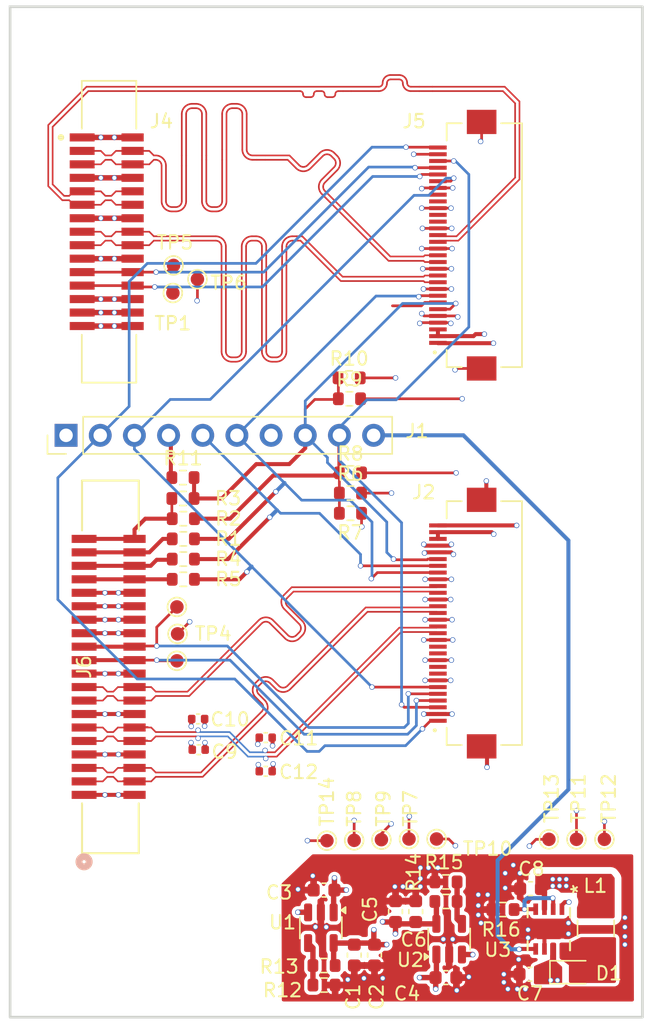
<source format=kicad_pcb>
(kicad_pcb (version 20241229) (generator "pcbnew") (generator_version "9.0")
  (layers (0 "F.Cu" signal) (4 "In1.Cu" signal) (6 "In2.Cu" signal) (2 "B.Cu" signal) (13 "F.Paste" user) (15 "B.Paste" user) (5 "F.SilkS" user "F.Silkscreen") (7 "B.SilkS" user "B.Silkscreen") (1 "F.Mask" user) (3 "B.Mask" user) (25 "Edge.Cuts" user))
  (net 0 "")
  (net 1 "GND")
  (net 2 "+2V8")
  (net 3 "+3V3")
  (net 4 "Net-(D1-A)")
  (net 5 "Net-(U1-FB)")
  (net 6 "Net-(U2-FB)")
  (net 7 "Net-(U3-FB)")
  (net 8 "+1V8")
  (net 9 "/STM2LCD/D0_P")
  (net 10 "/STM2LCD/D3_N")
  (net 11 "/STM2LCD/CLK_P")
  (net 12 "/STM2LCD/D1_P")
  (net 13 "/STM2LCD/D0_N")
  (net 14 "/STM2LCD/CLK_N")
  (net 15 "/STM2LCD/D3_P")
  (net 16 "/STM2LCD/D2_P")
  (net 17 "/STM2LCD/D1_N")
  (net 18 "/STM2LCD/D2_N")
  (net 19 "/RPI2LCD/RPI_D0_N")
  (net 20 "/RPI2LCD/RPI_D0_P")
  (net 21 "/RPI2LCD/RPI_CLK_P")
  (net 22 "/RPI2LCD/RPI_CLK_N")
  (net 23 "/RPI2LCD/RPI_D1_N")
  (net 24 "/RPI2LCD/RPI_D1_P")
  (net 25 "/RPI2LCD/RPI_D3_P")
  (net 26 "/RPI2LCD/RPI_D3_N")
  (net 27 "/RPI2LCD/RPI_D2_P")
  (net 28 "/RPI2LCD/RPI_D2_N")
  (net 29 "DC_LED_PWM")
  (net 30 "PWM")
  (net 31 "RESET")
  (net 32 "LCM_ID")
  (net 33 "TP_RES")
  (net 34 "TP_INT")
  (net 35 "TE")
  (net 36 "TP_SDA")
  (net 37 "TP_SCL")
  (net 38 "RPI_TP_SDA")
  (net 39 "RPI_TP_SCL")
  (net 40 " LED_K")
  (net 41 " LED_A")
  (net 42 "Net-(J6-Pad19)")
  (net 43 "Net-(J6-Pad18)")
  (net 44 "Net-(J6-Pad20)")
  (net 45 "Net-(J6-Pad17)")
  (footprint "TestPoint:TestPoint_Pad_D1.0mm" (layer "F.Cu") (at 108.2 66.05)
    (property "Reference" "TP4")
    (property "Value" "TestPoint")
  )
  (footprint "lib:HIROSE_FH12-30S-0.5SH_55_" (layer "F.Cu") (at 127.55 37.2 90)
    (property "Reference" "J5")
    (property "Value" "FH12-30S-0.5SH_55_")
  )
  (footprint "Resistor_SMD:R_0603_1608Metric" (layer "F.Cu") (at 120.975 48.6)
    (property "Reference" "R9")
    (property "Value" "10k")
  )
  (footprint "TestPoint:TestPoint_Pad_D1.0mm" (layer "F.Cu") (at 135.8 81.3)
    (property "Reference" "TP13")
    (property "Value" "TestPoint")
  )
  (footprint "Resistor_SMD:R_0603_1608Metric" (layer "F.Cu") (at 108.625 57.5)
    (property "Reference" "R2")
    (property "Value" "0")
  )
  (footprint "Connector_PinHeader_2.54mm:PinHeader_1x10_P2.54mm_Vertical" (layer "F.Cu") (at 99.91 51.3125 90)
    (property "Reference" "J1")
    (property "Value" "Conn_01x10")
  )
  (footprint "Resistor_SMD:R_0603_1608Metric" (layer "F.Cu") (at 121.05 57.1 180)
    (property "Reference" "R7")
    (property "Value" "10k")
  )
  (footprint "Capacitor_SMD:C_0603_1608Metric" (layer "F.Cu") (at 125.9 86.6625 90)
    (property "Reference" "C6")
    (property "Value" "4.7uF")
  )
  (footprint "Capacitor_SMD:C_0402_1005Metric" (layer "F.Cu") (at 109.77 74.65 180)
    (property "Reference" "C9")
    (property "Value" "100nF")
  )
  (footprint "Package_TO_SOT_SMD:SOT-23-5" (layer "F.Cu") (at 118.85 87.8625 -90)
    (property "Reference" "U1")
    (property "Value" "TLV75801PDBV")
  )
  (footprint "Resistor_SMD:R_0603_1608Metric" (layer "F.Cu") (at 120.95 47.05)
    (property "Reference" "R10")
    (property "Value" "10k")
  )
  (footprint "Capacitor_SMD:C_0402_1005Metric" (layer "F.Cu") (at 109.73 72.3632 180)
    (property "Reference" "C10")
    (property "Value" "100nF")
  )
  (footprint "Resistor_SMD:R_0603_1608Metric" (layer "F.Cu") (at 108.625 60.5)
    (property "Reference" "R4")
    (property "Value" "0")
  )
  (footprint "Capacitor_SMD:C_0603_1608Metric" (layer "F.Cu") (at 124.4 86.6625 90)
    (property "Reference" "C5")
    (property "Value" "0.47uF")
  )
  (footprint "Resistor_SMD:R_0603_1608Metric" (layer "F.Cu") (at 121.05 55.6)
    (property "Reference" "R6")
    (property "Value" "10k")
  )
  (footprint "Resistor_SMD:R_0603_1608Metric" (layer "F.Cu") (at 108.625 59)
    (property "Reference" "R1")
    (property "Value" "0")
  )
  (footprint "Diode_SMD:D_SOD-323" (layer "F.Cu") (at 137.4875 91.1625)
    (property "Reference" "D1")
    (property "Value" "1N5819WS")
  )
  (footprint "TestPoint:TestPoint_Pad_D1.0mm" (layer "F.Cu") (at 108.15 64.05)
    (property "Reference" "TP3" (hide yes))
    (property "Value" "TestPoint")
  )
  (footprint "Resistor_SMD:R_0603_1608Metric" (layer "F.Cu") (at 132.3875 86.5125)
    (property "Reference" "R16")
    (property "Value" "6.8")
  )
  (footprint "TestPoint:TestPoint_Pad_D1.0mm" (layer "F.Cu") (at 139.925 81.3)
    (property "Reference" "TP12")
    (property "Value" "TestPoint")
  )
  (footprint "lib:DRB8_1P75X1P5" (layer "F.Cu") (at 135.7938 87.9625 -90)
    (property "Reference" "U3")
    (property "Value" "TPS61042DRBR")
  )
  (footprint "Capacitor_SMD:C_0603_1608Metric" (layer "F.Cu") (at 121.335 89.892501 -90)
    (property "Reference" "C1")
    (property "Value" "0.47uF")
  )
  (footprint "lib:HIROSE_FH12-30S-0.5SH_55_" (layer "F.Cu") (at 127.55 65.25 90)
    (property "Reference" "J2")
    (property "Value" "FH12-30S-0.5SH_55_")
  )
  (footprint "TestPoint:TestPoint_Pad_D1.0mm" (layer "F.Cu") (at 107.85 40.75)
    (property "Reference" "TP1")
    (property "Value" "TestPoint")
  )
  (footprint "TestPoint:TestPoint_Pad_D1.0mm" (layer "F.Cu") (at 119.3 81.4)
    (property "Reference" "TP14")
    (property "Value" "TestPoint")
  )
  (footprint "lib:2-1734248-0" (layer "F.Cu") (at 101.25 77.999998 90)
    (property "Reference" "J6")
    (property "Value" "2-1734248-0")
  )
  (footprint "Inductor_SMD:L_1210_3225Metric" (layer "F.Cu") (at 139.2875 87.9125 -90)
    (property "Reference" "L1")
    (property "Value" "L")
  )
  (footprint "TestPoint:TestPoint_Pad_D1.0mm" (layer "F.Cu") (at 121.325 81.375)
    (property "Reference" "TP8")
    (property "Value" "TestPoint")
  )
  (footprint "TestPoint:TestPoint_Pad_D1.0mm" (layer "F.Cu") (at 107.9 38.7)
    (property "Reference" "TP5")
    (property "Value" "TestPoint")
  )
  (footprint "Capacitor_SMD:C_0603_1608Metric" (layer "F.Cu") (at 134.4375 84.9625 180)
    (property "Reference" "C8")
    (property "Value" "4.7uF")
  )
  (footprint "Package_TO_SOT_SMD:SOT-23-5" (layer "F.Cu") (at 128.3875 88.7125 90)
    (property "Reference" "U2")
    (property "Value" "TLV75801PDBV")
  )
  (footprint "TestPoint:TestPoint_Pad_D1.0mm" (layer "F.Cu") (at 108.15 68.05)
    (property "Reference" "TP2" (hide yes))
    (property "Value" "TestPoint")
  )
  (footprint "Resistor_SMD:R_0603_1608Metric" (layer "F.Cu") (at 108.6 56)
    (property "Reference" "R3")
    (property "Value" "0")
  )
  (footprint "Resistor_SMD:R_0603_1608Metric" (layer "F.Cu") (at 108.625 62)
    (property "Reference" "R5")
    (property "Value" "0")
  )
  (footprint "Resistor_SMD:R_0603_1608Metric" (layer "F.Cu") (at 119.085 90.667501)
    (property "Reference" "R13")
    (property "Value" "160k")
  )
  (footprint "Resistor_SMD:R_0603_1608Metric" (layer "F.Cu") (at 121.05 54.1)
    (property "Reference" "R8")
    (property "Value" "10k")
  )
  (footprint "Capacitor_SMD:C_0603_1608Metric" (layer "F.Cu") (at 119.085 85.067501 180)
    (property "Reference" "C3")
    (property "Value" "0.47uF")
  )
  (footprint "Resistor_SMD:R_0603_1608Metric" (layer "F.Cu") (at 108.6 54.45)
    (property "Reference" "R11")
    (property "Value" "10k")
  )
  (footprint "Capacitor_SMD:C_0402_1005Metric" (layer "F.Cu") (at 114.75 76.25)
    (property "Reference" "C12")
    (property "Value" "100nF")
  )
  (footprint "Capacitor_SMD:C_0603_1608Metric" (layer "F.Cu") (at 134.3875 91.3125 180)
    (property "Reference" "C7")
    (property "Value" "1uF")
  )
  (footprint "TestPoint:TestPoint_Pad_D1.0mm" (layer "F.Cu") (at 109.675 39.725)
    (property "Reference" "TP6")
    (property "Value" "TestPoint")
  )
  (footprint "TestPoint:TestPoint_Pad_D1.0mm" (layer "F.Cu") (at 137.85 81.3)
    (property "Reference" "TP11")
    (property "Value" "TestPoint")
  )
  (footprint "lib:TE_1-1734248-5" (layer "F.Cu") (at 103.131249 36.2 -90)
    (property "Reference" "J4")
    (property "Value" "1-1734248-5")
  )
  (footprint "Resistor_SMD:R_0603_1608Metric" (layer "F.Cu") (at 128.15 84.4625)
    (property "Reference" "R15")
    (property "Value" "100k")
  )
  (footprint "Capacitor_SMD:C_0402_1005Metric" (layer "F.Cu") (at 114.75 73.75)
    (property "Reference" "C11")
    (property "Value" "100nF")
  )
  (footprint "TestPoint:TestPoint_Pad_D1.0mm" (layer "F.Cu") (at 127.45 81.275)
    (property "Reference" "TP10")
    (property "Value" "TestPoint")
  )
  (footprint "TestPoint:TestPoint_Pad_D1.0mm" (layer "F.Cu") (at 123.35 81.325)
    (property "Reference" "TP9")
    (property "Value" "TestPoint")
  )
  (footprint "Capacitor_SMD:C_0603_1608Metric" (layer "F.Cu") (at 122.835 89.892501 -90)
    (property "Reference" "C2")
    (property "Value" "4.7uF")
  )
  (footprint "Resistor_SMD:R_0603_1608Metric" (layer "F.Cu") (at 128.15 85.9125 180)
    (property "Reference" "R14")
    (property "Value" "230k")
  )
  (footprint "TestPoint:TestPoint_Pad_D1.0mm" (layer "F.Cu") (at 125.4 81.275)
    (property "Reference" "TP7")
    (property "Value" "TestPoint")
  )
  (footprint "Resistor_SMD:R_0603_1608Metric" (layer "F.Cu") (at 119.085 92.117501 180)
    (property "Reference" "R12")
    (property "Value" "39k")
  )
  (footprint "Capacitor_SMD:C_0603_1608Metric" (layer "F.Cu") (at 128.15 91.5625)
    (property "Reference" "C4")
    (property "Value" "0.47uF")
  )
  (gr_rect (start 95.75 19.5) (end 142.75 94.5) (stroke (width 0.2)) (fill no) (layer "Edge.Cuts"))
  (segment (start 127.55 69.5) (end 128.5 69.5) (width 0.2) (layer "F.Cu") (net 1))
  (segment (start 103.8 65.999999) (end 102.8 65.999999) (width 0.3) (layer "F.Cu") (net 1))
  (segment (start 103.8 68.999999) (end 102.8 68.999999) (width 0.3) (layer "F.Cu") (net 1))
  (segment (start 121.325 81.375) (end 121.325 79.9) (width 0.2) (layer "F.Cu") (net 1))
  (segment (start 103.8 74.999999) (end 105 74.999999) (width 0.3) (layer "F.Cu") (net 1))
  (segment (start 102.5 29.2) (end 101.106249 29.2) (width 0.4) (layer "F.Cu") (net 1))
  (segment (start 137.85 81.3) (end 137.85 79.175) (width 0.2) (layer "F.Cu") (net 1))
  (segment (start 115.3 75.7) (end 115.3 76.18) (width 0.3) (layer "F.Cu") (net 1))
  (segment (start 115.25933 73.77933) (end 115.23 73.75) (width 0.3) (layer "F.Cu") (net 1))
  (segment (start 102.5 38.2) (end 103.5 38.2) (width 0.4) (layer "F.Cu") (net 1))
  (segment (start 101.25 74.999999) (end 102.55 74.999999) (width 0.3) (layer "F.Cu") (net 1))
  (segment (start 127.55 62) (end 126.6 62) (width 0.2) (layer "F.Cu") (net 1))
  (segment (start 107.7 54.375) (end 107.7 51.4825) (width 0.3) (layer "F.Cu") (net 1))
  (segment (start 102.5 35.2) (end 101.106249 35.2) (width 0.4) (layer "F.Cu") (net 1))
  (segment (start 109.25 74.75) (end 109.29 74.75) (width 0.3) (layer "F.Cu") (net 1))
  (segment (start 135.468799 88.287501) (end 135.7938 87.9625) (width 0.3) (layer "F.Cu") (net 1))
  (segment (start 103.8 72) (end 105 72) (width 0.3) (layer "F.Cu") (net 1))
  (segment (start 102.5 41.2) (end 101.106249 41.2) (width 0.4) (layer "F.Cu") (net 1))
  (segment (start 104.856249 41.2) (end 103.5 41.2) (width 0.4) (layer "F.Cu") (net 1))
  (segment (start 115.3 76.18) (end 115.23 76.25) (width 0.3) (layer "F.Cu") (net 1))
  (segment (start 127.55 63.5) (end 126.6 63.5) (width 0.2) (layer "F.Cu") (net 1))
  (segment (start 103.5 41.2) (end 102.5 41.2) (width 0.4) (layer "F.Cu") (net 1))
  (segment (start 126.575 41.45) (end 126.325 41.7) (width 0.2) (layer "F.Cu") (net 1))
  (segment (start 128.925 46.35) (end 128.825 46.45) (width 0.2) (layer "F.Cu") (net 1))
  (segment (start 130.8 74.4) (end 131.2 74.8) (width 0.3) (layer "F.Cu") (net 1))
  (segment (start 127.55 68) (end 126.6 68) (width 0.2) (layer "F.Cu") (net 1))
  (segment (start 127.55 62) (end 128.55 62) (width 0.2) (layer "F.Cu") (net 1))
  (segment (start 103.8 77.999998) (end 102.8 77.999998) (width 0.3) (layer "F.Cu") (net 1))
  (segment (start 101.25 63) (end 102.8 63) (width 0.3) (layer "F.Cu") (net 1))
  (segment (start 102.8 72) (end 103.8 72) (width 0.3) (layer "F.Cu") (net 1))
  (segment (start 101.25 72) (end 102.8 72) (width 0.3) (layer "F.Cu") (net 1))
  (segment (start 121.875 57.1) (end 121.875 58.075) (width 0.2) (layer "F.Cu") (net 1))
  (segment (start 105 65.999999) (end 103.8 65.999999) (width 0.3) (layer "F.Cu") (net 1))
  (segment (start 127.55 65) (end 126.6 65) (width 0.2) (layer "F.Cu") (net 1))
  (segment (start 126.325 41.7) (end 124.175 41.7) (width 0.2) (layer "F.Cu") (net 1))
  (segment (start 103.5 38.2) (end 104.856249 38.2) (width 0.4) (layer "F.Cu") (net 1))
  (segment (start 115.25933 74.35933) (end 115.25933 73.77933) (width 0.3) (layer "F.Cu") (net 1))
  (segment (start 102.55 74.999999) (end 102.8 74.999999) (width 0.3) (layer "F.Cu") (net 1))
  (segment (start 130.8 29.425) (end 130.8 28.05) (width 0.2) (layer "F.Cu") (net 1))
  (segment (start 108.2 66.05) (end 109.1 65.15) (width 0.2) (layer "F.Cu") (net 1))
  (segment (start 130.725 29.5) (end 130.8 29.425) (width 0.2) (layer "F.Cu") (net 1))
  (segment (start 104.856249 29.2) (end 103.5 29.2) (width 0.4) (layer "F.Cu") (net 1))
  (segment (start 131.2 74.8) (end 131.2 75.95) (width 0.3) (layer "F.Cu") (net 1))
  (segment (start 127.55 66.5) (end 126.5 66.5) (width 0.2) (layer "F.Cu") (net 1))
  (segment (start 109.213827 72.399373) (end 109.25 72.3632) (width 0.3) (layer "F.Cu") (net 1))
  (segment (start 130.8 46.35) (end 128.925 46.35) (width 0.2) (layer "F.Cu") (net 1))
  (segment (start 109.213827 72.9132) (end 109.213827 72.399373) (width 0.3) (layer "F.Cu") (net 1))
  (segment (start 127.55 68) (end 128.55 68) (width 0.2) (layer "F.Cu") (net 1))
  (segment (start 121.875 58.075) (end 121.9 58.1) (width 0.2) (layer "F.Cu") (net 1))
  (segment (start 127.55 41.45) (end 126.575 41.45) (width 0.2) (layer "F.Cu") (net 1))
  (segment (start 131.15 55.75) (end 130.8 56.1) (width 0.3) (layer "F.Cu") (net 1))
  (segment (start 101.106249 38.2) (end 102.5 38.2) (width 0.4) (layer "F.Cu") (net 1))
  (segment (start 103.5 35.2) (end 102.5 35.2) (width 0.4) (layer "F.Cu") (net 1))
  (segment (start 102.8 65.999999) (end 101.25 65.999999) (width 0.3) (layer "F.Cu") (net 1))
  (segment (start 102.8 63) (end 103.8 63) (width 0.3) (layer "F.Cu") (net 1))
  (segment (start 103.5 32.2) (end 102.5 32.2) (width 0.4) (layer "F.Cu") (net 1))
  (segment (start 104.856249 32.2) (end 103.5 32.2) (width 0.4) (layer "F.Cu") (net 1))
  (segment (start 127.55 69.5) (end 126.6 69.5) (width 0.2) (layer "F.Cu") (net 1))
  (segment (start 135.468799 89.437501) (end 135.468799 88.287501) (width 0.3) (layer "F.Cu") (net 1))
  (segment (start 103.5 29.2) (end 102.5 29.2) (width 0.4) (layer "F.Cu") (net 1))
  (segment (start 109.675 41.3) (end 109.65 41.325) (width 0.2) (layer "F.Cu") (net 1))
  (segment (start 107.7 51.4825) (end 107.53 51.3125) (width 0.2) (layer "F.Cu") (net 1))
  (segment (start 125.4 81.275) (end 125.4 79.625) (width 0.2) (layer "F.Cu") (net 1))
  (segment (start 105 77.999998) (end 103.8 77.999998) (width 0.3) (layer "F.Cu") (net 1))
  (segment (start 102.8 68.999999) (end 101.25 68.999999) (width 0.3) (layer "F.Cu") (net 1))
  (segment (start 103.8 63) (end 105 63) (width 0.3) (layer "F.Cu") (net 1))
  (segment (start 127.55 66.5) (end 128.65 66.5) (width 0.2) (layer "F.Cu") (net 1))
  (segment (start 105 68.999999) (end 103.8 68.999999) (width 0.3) (layer "F.Cu") (net 1))
  (segment (start 102.8 74.999999) (end 103.55 74.999999) (width 0.3) (layer "F.Cu") (net 1))
  (segment (start 107.775 54.45) (end 107.7 54.375) (width 0.2) (layer "F.Cu") (net 1))
  (segment (start 102.5 32.2) (end 101.106249 32.2) (width 0.4) (layer "F.Cu") (net 1))
  (segment (start 125.4 79.625) (end 125.425 79.6) (width 0.2) (layer "F.Cu") (net 1))
  (segment (start 127.55 65) (end 128.6 65) (width 0.2) (layer "F.Cu") (net 1))
  (segment (start 109.2 74.1232) (end 109.2 74.6) (width 0.3) (layer "F.Cu") (net 1))
  (segment (start 109.675 39.725) (end 109.675 41.3) (width 0.2) (layer "F.Cu") (net 1))
  (segment (start 127.55 63.5) (end 128.5 63.5) (width 0.2) (layer "F.Cu") (net 1))
  (segment (start 104.856249 35.2) (end 103.5 35.2) (width 0.4) (layer "F.Cu") (net 1))
  (segment (start 103.55 74.999999) (end 103.8 74.999999) (width 0.3) (layer "F.Cu") (net 1))
  (segment (start 131.15 54.7) (end 131.15 55.75) (width 0.3) (layer "F.Cu") (net 1))
  (segment (start 109.2 74.6) (end 109.25 74.65) (width 0.3) (layer "F.Cu") (net 1))
  (segment (start 128.6 65) (end 128.7 65) (width 0.2) (layer "F.Cu") (net 1))
  (segment (start 102.8 77.999998) (end 101.25 77.999998) (width 0.3) (layer "F.Cu") (net 1))
  (via (at 137.25 88.3125) (size 0.4) (drill 0.3) (layers "F.Cu" "B.Cu") (net 1))
  (via (at 103.8 63) (size 0.4) (drill 0.3) (layers "F.Cu" "B.Cu") (net 1))
  (via (at 128.5 69.5) (size 0.4) (drill 0.3) (layers "F.Cu" "B.Cu") (net 1))
  (via (at 126.6 69.5) (size 0.4) (drill 0.3) (layers "F.Cu" "B.Cu") (net 1))
  (via (at 128.65 66.5) (size 0.4) (drill 0.3) (layers "F.Cu" "B.Cu") (net 1))
  (via (at 115.25933 74.35933) (size 0.4) (drill 0.3) (layers "F.Cu" "B.Cu") (net 1))
  (via (at 103.5 41.2) (size 0.4) (drill 0.3) (layers "F.Cu" "B.Cu") (net 1))
  (via (at 102.5 32.2) (size 0.4) (drill 0.3) (layers "F.Cu" "B.Cu") (net 1))
  (via (at 120.85 91.7125) (size 0.4) (drill 0.3) (layers "F.Cu" "B.Cu") (net 1))
  (via (at 131.25 85.4125) (size 0.4) (drill 0.3) (layers "F.Cu" "B.Cu") (net 1))
  (via (at 132.45 91.9125) (size 0.4) (drill 0.3) (layers "F.Cu" "B.Cu") (net 1))
  (via (at 126.25 83.4125) (size 0.4) (drill 0.3) (layers "F.Cu" "B.Cu") (net 1))
  (via (at 134.25 88.6125) (size 0.4) (drill 0.3) (layers "F.Cu" "B.Cu") (net 1))
  (via (at 127.95 88.7125) (size 0.4) (drill 0.3) (layers "F.Cu" "B.Cu") (net 1))
  (via (at 131.2 75.95) (size 0.4) (drill 0.3) (layers "F.Cu" "B.Cu") (net 1))
  (via (at 133.55 90.2125) (size 0.4) (drill 0.3) (layers "F.Cu" "B.Cu") (net 1))
  (via (at 130.725 29.5) (size 0.4) (drill 0.3) (layers "F.Cu" "B.Cu") (net 1))
  (via (at 102.8 74.999999) (size 0.4) (drill 0.3) (layers "F.Cu" "B.Cu") (net 1))
  (via (at 133.45 92.4125) (size 0.4) (drill 0.3) (layers "F.Cu" "B.Cu") (net 1))
  (via (at 141.45 87.8125) (size 0.4) (drill 0.3) (layers "F.Cu" "B.Cu") (net 1))
  (via (at 132.55 83.8125) (size 0.4) (drill 0.3) (layers "F.Cu" "B.Cu") (net 1))
  (via (at 109.65 41.325) (size 0.4) (drill 0.3) (layers "F.Cu" "B.Cu") (net 1))
  (via (at 130.75 87.5125) (size 0.4) (drill 0.3) (layers "F.Cu" "B.Cu") (net 1))
  (via (at 133.65 83.8125) (size 0.4) (drill 0.3) (layers "F.Cu" "B.Cu") (net 1))
  (via (at 130.55 85.4125) (size 0.4) (drill 0.3) (layers "F.Cu" "B.Cu") (net 1))
  (via (at 109.213827 72.9132) (size 0.4) (drill 0.3) (layers "F.Cu" "B.Cu") (net 1))
  (via (at 141.45 88.5125) (size 0.4) (drill 0.3) (layers "F.Cu" "B.Cu") (net 1))
  (via (at 124.95 84.8125) (size 0.4) (drill 0.3) (layers "F.Cu" "B.Cu") (net 1))
  (via (at 128.65 88.7125) (size 0.4) (drill 0.3) (layers "F.Cu" "B.Cu") (net 1))
  (via (at 118.45 87.801576) (size 0.4) (drill 0.3) (layers "F.Cu" "B.Cu") (net 1))
  (via (at 102.8 68.999999) (size 0.4) (drill 0.3) (layers "F.Cu" "B.Cu") (net 1))
  (via (at 102.8 65.999999) (size 0.4) (drill 0.3) (layers "F.Cu" "B.Cu") (net 1))
  (via (at 103.8 74.999999) (size 0.4) (drill 0.3) (layers "F.Cu" "B.Cu") (net 1))
  (via (at 128.5 63.5) (size 0.4) (drill 0.3) (layers "F.Cu" "B.Cu") (net 1))
  (via (at 126.85 83.4125) (size 0.4) (drill 0.3) (layers "F.Cu" "B.Cu") (net 1))
  (via (at 126.6 63.5) (size 0.4) (drill 0.3) (layers "F.Cu" "B.Cu") (net 1))
  (via (at 125.55 84.8125) (size 0.4) (drill 0.3) (layers "F.Cu" "B.Cu") (net 1))
  (via (at 128.55 68) (size 0.4) (drill 0.3) (layers "F.Cu" "B.Cu") (net 1))
  (via (at 103.8 77.999998) (size 0.4) (drill 0.3) (layers "F.Cu" "B.Cu") (net 1))
  (via (at 130.55 86.9125) (size 0.4) (drill 0.3) (layers "F.Cu" "B.Cu") (net 1))
  (via (at 132.55 84.9125) (size 0.4) (drill 0.3) (layers "F.Cu" "B.Cu") (net 1))
  (via (at 122.05 91.6125) (size 0.4) (drill 0.3) (layers "F.Cu" "B.Cu") (net 1))
  (via (at 126.5 66.5) (size 0.4) (drill 0.3) (layers "F.Cu" "B.Cu") (net 1))
  (via (at 126.6 65) (size 0.4) (drill 0.3) (layers "F.Cu" "B.Cu") (net 1))
  (via (at 103.5 35.2) (size 0.4) (drill 0.3) (layers "F.Cu" "B.Cu") (net 1))
  (via (at 131.15 54.7) (size 0.4) (drill 0.3) (layers "F.Cu" "B.Cu") (net 1))
  (via (at 102.5 35.2) (size 0.4) (drill 0.3) (layers "F.Cu" "B.Cu") (net 1))
  (via (at 102.8 72) (size 0.4) (drill 0.3) (layers "F.Cu" "B.Cu") (net 1))
  (via (at 126.25 84.8125) (size 0.4) (drill 0.3) (layers "F.Cu" "B.Cu") (net 1))
  (via (at 123.45 91.6125) (size 0.4) (drill 0.3) (layers "F.Cu" "B.Cu") (net 1))
  (via (at 137.85 79.175) (size 0.4) (drill 0.3) (layers "F.Cu" "B.Cu") (net 1))
  (via (at 102.8 63) (size 0.4) (drill 0.3) (layers "F.Cu" "B.Cu") (net 1))
  (via (at 121.9 58.1) (size 0.4) (drill 0.3) (layers "F.Cu" "B.Cu") (net 1))
  (via (at 121.325 79.9) (size 0.4) (drill 0.3) (layers "F.Cu" "B.Cu") (net 1))
  (via (at 103.8 65.999999) (size 0.4) (drill 0.3) (layers "F.Cu" "B.Cu") (net 1))
  (via (at 141.45 89.1125) (size 0.4) (drill 0.3) (layers "F.Cu" "B.Cu") (net 1))
  (via (at 117.15 85.0125) (size 0.4) (drill 0.3) (layers "F.Cu" "B.Cu") (net 1))
  (via (at 130.55 86.2125) (size 0.4) (drill 0.3) (layers "F.Cu" "B.Cu") (net 1))
  (via (at 134.25 88.0125) (size 0.4) (drill 0.3) (layers "F.Cu" "B.Cu") (net 1))
  (via (at 132.75 92.4125) (size 0.4) (drill 0.3) (layers "F.Cu" "B.Cu") (net 1))
  (via (at 103.5 29.2) (size 0.4) (drill 0.3) (layers "F.Cu" "B.Cu") (net 1))
  (via (at 103.8 72) (size 0.4) (drill 0.3) (layers "F.Cu" "B.Cu") (net 1))
  (via (at 102.8 77.999998) (size 0.4) (drill 0.3) (layers "F.Cu" "B.Cu") (net 1))
  (via (at 128.55 62) (size 0.4) (drill 0.3) (layers "F.Cu" "B.Cu") (net 1))
  (via (at 128.6 65) (size 0.4) (drill 0.3) (layers "F.Cu" "B.Cu") (net 1))
  (via (at 132.45 91.3125) (size 0.4) (drill 0.3) (layers "F.Cu" "B.Cu") (net 1))
  (via (at 128.95 92.5125) (size 0.4) (drill 0.3) (layers "F.Cu" "B.Cu") (net 1))
  (via (at 126.6 68) (size 0.4) (drill 0.3) (layers "F.Cu" "B.Cu") (net 1))
  (via (at 125.425 79.6) (size 0.4) (drill 0.3) (layers "F.Cu" "B.Cu") (net 1))
  (via (at 102.5 29.2) (size 0.4) (drill 0.3) (layers "F.Cu" "B.Cu") (net 1))
  (via (at 128.825 46.45) (size 0.4) (drill 0.3) (layers "F.Cu" "B.Cu") (net 1))
  (via (at 102.5 38.2) (size 0.4) (drill 0.3) (layers "F.Cu" "B.Cu") (net 1))
  (via (at 134.05 92.4125) (size 0.4) (drill 0.3) (layers "F.Cu" "B.Cu") (net 1))
  (via (at 137.25 87.5125) (size 0.4) (drill 0.3) (layers "F.Cu" "B.Cu") (net 1))
  (via (at 115.3 75.7) (size 0.4) (drill 0.3) (layers "F.Cu" "B.Cu") (net 1))
  (via (at 126.6 62) (size 0.4) (drill 0.3) (layers "F.Cu" "B.Cu") (net 1))
  (via (at 103.5 32.2) (size 0.4) (drill 0.3) (layers "F.Cu" "B.Cu") (net 1))
  (via (at 129.85 91.5125) (size 0.4) (drill 0.3) (layers "F.Cu" "B.Cu") (net 1))
  (via (at 103.8 68.999999) (size 0.4) (drill 0.3) (layers "F.Cu" "B.Cu") (net 1))
  (via (at 102.5 41.2) (size 0.4) (drill 0.3) (layers "F.Cu" "B.Cu") (net 1))
  (via (at 124.35 84.8125) (size 0.4) (drill 0.3) (layers "F.Cu" "B.Cu") (net 1))
  (via (at 141.45 87.1125) (size 0.4) (drill 0.3) (layers "F.Cu" "B.Cu") (net 1))
  (via (at 118.25 84.0125) (size 0.4) (drill 0.3) (layers "F.Cu" "B.Cu") (net 1))
  (via (at 119.25 87.8125) (size 0.4) (drill 0.3) (layers "F.Cu" "B.Cu") (net 1))
  (via (at 109.1 65.15) (size 0.4) (drill 0.3) (layers "F.Cu" "B.Cu") (net 1))
  (via (at 126.25 84.2125) (size 0.4) (drill 0.3) (layers "F.Cu" "B.Cu") (net 1))
  (via (at 127.55 83.4125) (size 0.4) (drill 0.3) (layers "F.Cu" "B.Cu") (net 1))
  (via (at 103.5 38.2) (size 0.4) (drill 0.3) (layers "F.Cu" "B.Cu") (net 1))
  (via (at 133.15 83.2125) (size 0.4) (drill 0.3) (layers "F.Cu" "B.Cu") (net 1))
  (via (at 109.2 74.1232) (size 0.4) (drill 0.3) (layers "F.Cu" "B.Cu") (net 1))
  (segment (start 121.775 47.05) (end 124.4 47.05) (width 0.2) (layer "F.Cu") (net 2))
  (segment (start 126.2 43) (end 126.25 42.95) (width 0.2) (layer "F.Cu") (net 2))
  (segment (start 123.35 81.325) (end 123.35 80.875) (width 0.2) (layer "F.Cu") (net 2))
  (segment (start 127.55 59.5) (end 128.45 59.5) (width 0.3) (layer "F.Cu") (net 2))
  (segment (start 128.45 59.5) (end 128.55 59.4) (width 0.3) (layer "F.Cu") (net 2))
  (segment (start 128.46005 42.95) (end 128.51005 43) (width 0.2) (layer "F.Cu") (net 2))
  (segment (start 122.7875 89.070001) (end 122.7875 88.0125) (width 0.4) (layer "F.Cu") (net 2))
  (segment (start 124.1 55.65) (end 124.05 55.6) (width 0.2) (layer "F.Cu") (net 2))
  (segment (start 127.55 72) (end 128.6 72) (width 0.3) (layer "F.Cu") (net 2))
  (segment (start 123.35 80.875) (end 124.075 80.15) (width 0.2) (layer "F.Cu") (net 2))
  (segment (start 126.25 42.95) (end 127.55 42.95) (width 0.2) (layer "F.Cu") (net 2))
  (segment (start 127.55 42.95) (end 128.46005 42.95) (width 0.2) (layer "F.Cu") (net 2))
  (segment (start 127.55 59.5) (end 126.6 59.5) (width 0.3) (layer "F.Cu") (net 2))
  (segment (start 124.05 55.6) (end 121.875 55.6) (width 0.2) (layer "F.Cu") (net 2))
  (segment (start 119.799999 89) (end 122.717499 89) (width 0.4) (layer "F.Cu") (net 2))
  (segment (start 126.6 59.5) (end 126.5 59.4) (width 0.3) (layer "F.Cu") (net 2))
  (segment (start 122.835 89.117501) (end 123.732499 89.117501) (width 0.4) (layer "F.Cu") (net 2))
  (segment (start 119.799999 89) (end 119.799999 90.5575) (width 0.4) (layer "F.Cu") (net 2))
  (segment (start 125.75 30.45) (end 127.55 30.45) (width 0.2) (layer "F.Cu") (net 2))
  (segment (start 127.55 72) (end 126.5 72) (width 0.3) (layer "F.Cu") (net 2))
  (segment (start 119.799999 90.5575) (end 119.91 90.667501) (width 0.4) (layer "F.Cu") (net 2))
  (segment (start 122.835 89.117501) (end 122.7875 89.070001) (width 0.4) (layer "F.Cu") (net 2))
  (segment (start 122.717499 89) (end 122.835 89.117501) (width 0.4) (layer "F.Cu") (net 2))
  (segment (start 123.732499 89.117501) (end 123.7375 89.1125) (width 0.4) (layer "F.Cu") (net 2))
  (via (at 122.7875 88.0125) (size 0.4) (drill 0.3) (layers "F.Cu" "B.Cu") (net 2))
  (via (at 126.2 43) (size 0.4) (drill 0.3) (layers "F.Cu" "B.Cu") (net 2))
  (via (at 124.4 47.05) (size 0.4) (drill 0.3) (layers "F.Cu" "B.Cu") (net 2))
  (via (at 126.5 59.4) (size 0.4) (drill 0.3) (layers "F.Cu" "B.Cu") (net 2))
  (via (at 124.075 80.15) (size 0.4) (drill 0.3) (layers "F.Cu" "B.Cu") (net 2))
  (via (at 128.51005 43) (size 0.4) (drill 0.3) (layers "F.Cu" "B.Cu") (net 2))
  (via (at 124.1 55.6) (size 0.4) (drill 0.3) (layers "F.Cu" "B.Cu") (net 2))
  (via (at 126.5 72) (size 0.4) (drill 0.3) (layers "F.Cu" "B.Cu") (net 2))
  (via (at 128.6 72) (size 0.4) (drill 0.3) (layers "F.Cu" "B.Cu") (net 2))
  (via (at 123.7375 89.1125) (size 0.4) (drill 0.3) (layers "F.Cu" "B.Cu") (net 2))
  (via (at 128.55 59.4) (size 0.4) (drill 0.3) (layers "F.Cu" "B.Cu") (net 2))
  (via (at 125.75 30.45) (size 0.4) (drill 0.3) (layers "F.Cu" "B.Cu") (net 2))
  (segment (start 135.468799 86.487499) (end 135.468799 85.218799) (width 0.4) (layer "F.Cu") (net 3))
  (segment (start 127.437501 89.85) (end 127.437501 91.499999) (width 0.4) (layer "F.Cu") (net 3))
  (segment (start 130.125 89.85) (end 130.1375 89.8625) (width 0.4) (layer "F.Cu") (net 3))
  (segment (start 110.235054 74.635054) (end 110.235054 74.1232) (width 0.3) (layer "F.Cu") (net 3))
  (segment (start 102.5 42.2) (end 103.5 42.2) (width 0.4) (layer "F.Cu") (net 3))
  (segment (start 126.1875 91.5625) (end 127.375 91.5625) (width 0.4) (layer "F.Cu") (net 3))
  (segment (start 119.799999 86.725) (end 119.799999 85.127502) (width 0.4) (layer "F.Cu") (net 3))
  (segment (start 135.468799 85.218799) (end 135.2125 84.9625) (width 0.4) (layer "F.Cu") (net 3))
  (segment (start 101.25 64.999999) (end 102.8 64.999999) (width 0.3) (layer "F.Cu") (net 3))
  (segment (start 101.106249 42.2) (end 102.5 42.2) (width 0.4) (layer "F.Cu") (net 3))
  (segment (start 120.732499 85.067501) (end 120.7375 85.0625) (width 0.4) (layer "F.Cu") (net 3))
  (segment (start 119.3 81.4) (end 117.85 81.4) (width 0.2) (layer "F.Cu") (net 3))
  (segment (start 104.856249 43.2) (end 103.5 43.2) (width 0.4) (layer "F.Cu") (net 3))
  (segment (start 103.5 43.2) (end 102.5 43.2) (width 0.4) (layer "F.Cu") (net 3))
  (segment (start 102.8 63.999998) (end 101.25 63.999998) (width 0.3) (layer "F.Cu") (net 3))
  (segment (start 114.159797 74.240166) (end 114.159797 73.860203) (width 0.3) (layer "F.Cu") (net 3))
  (segment (start 127.437501 91.499999) (end 127.375 91.5625) (width 0.4) (layer "F.Cu") (net 3))
  (segment (start 114.2 76.18) (end 114.27 76.25) (width 0.3) (layer "F.Cu") (net 3))
  (segment (start 110.25 74.65) (end 110.235054 74.635054) (width 0.3) (layer "F.Cu") (net 3))
  (segment (start 117.900001 86.725) (end 117.887501 86.7125) (width 0.4) (layer "F.Cu") (net 3))
  (segment (start 105 63.999998) (end 103.8 63.999998) (width 0.3) (layer "F.Cu") (net 3))
  (segment (start 117.887501 86.7125) (end 117.1375 86.7125) (width 0.4) (layer "F.Cu") (net 3))
  (segment (start 119.86 84.1625) (end 119.86 85.067501) (width 0.4) (layer "F.Cu") (net 3))
  (segment (start 102.8 64.999999) (end 103.8 64.999999) (width 0.3) (layer "F.Cu") (net 3))
  (segment (start 102.5 43.2) (end 101.106249 43.2) (width 0.4) (layer "F.Cu") (net 3))
  (segment (start 110.21 72.9) (end 110.21 72.3632) (width 0.3) (layer "F.Cu") (net 3))
  (segment (start 114.159797 73.860203) (end 114.27 73.75) (width 0.3) (layer "F.Cu") (net 3))
  (segment (start 129.337499 89.85) (end 130.125 89.85) (width 0.4) (layer "F.Cu") (net 3))
  (segment (start 127.3875 91.575) (end 127.3875 92.4125) (width 0.4) (layer "F.Cu") (net 3))
  (segment (start 103.5 42.2) (end 104.856249 42.2) (width 0.4) (layer "F.Cu") (net 3))
  (segment (start 114.2 75.7616) (end 114.2 76.18) (width 0.3) (layer "F.Cu") (net 3))
  (segment (start 127.375 91.5625) (end 127.3875 91.575) (width 0.4) (layer "F.Cu") (net 3))
  (segment (start 103.8 63.999998) (end 102.8 63.999998) (width 0.3) (layer "F.Cu") (net 3))
  (segment (start 119.799999 85.127502) (end 119.86 85.067501) (width 0.4) (layer "F.Cu") (net 3))
  (segment (start 103.8 64.999999) (end 105 64.999999) (width 0.3) (layer "F.Cu") (net 3))
  (segment (start 119.86 85.067501) (end 120.732499 85.067501) (width 0.4) (layer "F.Cu") (net 3))
  (via (at 117.1375 86.7125) (size 0.4) (drill 0.3) (layers "F.Cu" "B.Cu") (net 3))
  (via (at 117.85 81.4) (size 0.4) (drill 0.3) (layers "F.Cu" "B.Cu") (net 3))
  (via (at 102.8 64.999999) (size 0.4) (drill 0.3) (layers "F.Cu" "B.Cu") (net 3))
  (via (at 114.2 75.7616) (size 0.4) (drill 0.3) (layers "F.Cu" "B.Cu") (net 3))
  (via (at 103.5 43.2) (size 0.4) (drill 0.3) (layers "F.Cu" "B.Cu") (net 3))
  (via (at 103.8 63.999998) (size 0.4) (drill 0.3) (layers "F.Cu" "B.Cu") (net 3))
  (via (at 102.5 43.2) (size 0.4) (drill 0.3) (layers "F.Cu" "B.Cu") (net 3))
  (via (at 102.5 42.2) (size 0.4) (drill 0.3) (layers "F.Cu" "B.Cu") (net 3))
  (via (at 120.7375 85.0625) (size 0.4) (drill 0.3) (layers "F.Cu" "B.Cu") (net 3))
  (via (at 114.159797 74.240166) (size 0.4) (drill 0.3) (layers "F.Cu" "B.Cu") (net 3))
  (via (at 136.5875 84.2625) (size 0.4) (drill 0.3) (layers "F.Cu" "B.Cu") (net 3))
  (via (at 130.1375 89.8625) (size 0.4) (drill 0.3) (layers "F.Cu" "B.Cu") (net 3))
  (via (at 137.0875 84.7625) (size 0.4) (drill 0.3) (layers "F.Cu" "B.Cu") (net 3))
  (via (at 136.5875 84.7625) (size 0.4) (drill 0.3) (layers "F.Cu" "B.Cu") (net 3))
  (via (at 103.5 42.2) (size 0.4) (drill 0.3) (layers "F.Cu" "B.Cu") (net 3))
  (via (at 119.86 84.1625) (size 0.4) (drill 0.3) (layers "F.Cu" "B.Cu") (net 3))
  (via (at 136.0875 84.2625) (size 0.4) (drill 0.3) (layers "F.Cu" "B.Cu") (net 3))
  (via (at 103.8 64.999999) (size 0.4) (drill 0.3) (layers "F.Cu" "B.Cu") (net 3))
  (via (at 137.0875 84.2625) (size 0.4) (drill 0.3) (layers "F.Cu" "B.Cu") (net 3))
  (via (at 110.235054 74.1232) (size 0.4) (drill 0.3) (layers "F.Cu" "B.Cu") (net 3))
  (via (at 136.0875 84.7625) (size 0.4) (drill 0.3) (layers "F.Cu" "B.Cu") (net 3))
  (via (at 110.21 72.9) (size 0.4) (drill 0.3) (layers "F.Cu" "B.Cu") (net 3))
  (via (at 102.8 63.999998) (size 0.4) (drill 0.3) (layers "F.Cu" "B.Cu") (net 3))
  (via (at 126.1875 91.5625) (size 0.4) (drill 0.3) (layers "F.Cu" "B.Cu") (net 3))
  (via (at 127.3875 92.4125) (size 0.4) (drill 0.3) (layers "F.Cu" "B.Cu") (net 3))
  (segment (start 118.26 92.117501) (end 118.26 90.667501) (width 0.4) (layer "F.Cu") (net 5))
  (segment (start 118.26 90.667501) (end 118.26 89.359999) (width 0.4) (layer "F.Cu") (net 5))
  (segment (start 118.26 89.359999) (end 117.900001 89) (width 0.4) (layer "F.Cu") (net 5))
  (segment (start 128.975 87.212501) (end 129.337499 87.575) (width 0.4) (layer "F.Cu") (net 6))
  (segment (start 128.975 85.9125) (end 128.975 87.212501) (width 0.4) (layer "F.Cu") (net 6))
  (segment (start 128.975 84.4625) (end 128.975 85.9125) (width 0.4) (layer "F.Cu") (net 6))
  (segment (start 136.118801 85.731199) (end 136.118801 86.487499) (width 0.3) (layer "F.Cu") (net 7))
  (segment (start 136.0875 85.699898) (end 136.118801 85.731199) (width 0.3) (layer "F.Cu") (net 7))
  (segment (start 134.818801 86.487499) (end 133.9875 86.487499) (width 0.3) (layer "F.Cu") (net 7))
  (segment (start 133.237501 86.487499) (end 133.2125 86.5125) (width 0.3) (layer "F.Cu") (net 7))
  (segment (start 136.0875 85.6625) (end 136.0875 85.699898) (width 0.3) (layer "F.Cu") (net 7))
  (segment (start 133.9875 86.487499) (end 133.237501 86.487499) (width 0.3) (layer "F.Cu") (net 7))
  (via (at 133.9875 86.487499) (size 0.4) (drill 0.3) (layers "F.Cu" "B.Cu") (net 7))
  (via (at 136.0875 85.6625) (size 0.4) (drill 0.3) (layers "F.Cu" "B.Cu") (net 7))
  (segment (start 133.9875 85.8625) (end 134.1875 85.6625) (width 0.3) (layer "B.Cu") (net 7))
  (segment (start 133.9875 86.487499) (end 133.9875 85.8625) (width 0.3) (layer "B.Cu") (net 7))
  (segment (start 134.1875 85.6625) (end 136.0875 85.6625) (width 0.3) (layer "B.Cu") (net 7))
  (segment (start 121.8 48.6) (end 129.35 48.6) (width 0.2) (layer "F.Cu") (net 8))
  (segment (start 127.437501 87.575) (end 127.437501 86.025001) (width 0.4) (layer "F.Cu") (net 8))
  (segment (start 126.55 60.05) (end 126.6 60.05) (width 0.3) (layer "F.Cu") (net 8))
  (segment (start 126.65 60) (end 127.55 60) (width 0.3) (layer "F.Cu") (net 8))
  (segment (start 127.437501 87.575) (end 124.5375 87.575) (width 0.4) (layer "F.Cu") (net 8))
  (segment (start 127.55 60) (end 128.55 60) (width 0.3) (layer "F.Cu") (net 8))
  (segment (start 128.95 42.45) (end 127.55 42.45) (width 0.2) (layer "F.Cu") (net 8))
  (segment (start 128.35 81.275) (end 128.85 81.775) (width 0.2) (layer "F.Cu") (net 8))
  (segment (start 124.3875 88.3125) (end 124.4 88.3) (width 0.4) (layer "F.Cu") (net 8))
  (segment (start 124.4 88.3) (end 124.4 87.4375) (width 0.4) (layer "F.Cu") (net 8))
  (segment (start 124.5375 87.575) (end 124.4 87.4375) (width 0.4) (layer "F.Cu") (net 8))
  (segment (start 126.6 60.05) (end 126.65 60) (width 0.3) (layer "F.Cu") (net 8))
  (segment (start 128.55 60) (end 128.7 60.15) (width 0.3) (layer "F.Cu") (net 8))
  (segment (start 127.45 81.275) (end 128.35 81.275) (width 0.2) (layer "F.Cu") (net 8))
  (segment (start 129.025 42.525) (end 128.95 42.45) (width 0.2) (layer "F.Cu") (net 8))
  (segment (start 126.525 42.45) (end 126.35 42.275) (width 0.2) (layer "F.Cu") (net 8))
  (segment (start 127.55 42.45) (end 126.525 42.45) (width 0.2) (layer "F.Cu") (net 8))
  (segment (start 127.437501 86.025001) (end 127.325 85.9125) (width 0.4) (layer "F.Cu") (net 8))
  (segment (start 124.4 87.4375) (end 123.4625 87.4375) (width 0.4) (layer "F.Cu") (net 8))
  (segment (start 123.4625 87.4375) (end 123.4375 87.4125) (width 0.4) (layer "F.Cu") (net 8))
  (segment (start 121.875 54.1) (end 128.9 54.1) (width 0.2) (layer "F.Cu") (net 8))
  (via (at 128.85 81.775) (size 0.4) (drill 0.3) (layers "F.Cu" "B.Cu") (net 8))
  (via (at 129.35 48.6) (size 0.4) (drill 0.3) (layers "F.Cu" "B.Cu") (net 8))
  (via (at 124.3875 88.3125) (size 0.4) (drill 0.3) (layers "F.Cu" "B.Cu") (net 8))
  (via (at 128.7 60.15) (size 0.4) (drill 0.3) (layers "F.Cu" "B.Cu") (net 8))
  (via (at 129.025 42.525) (size 0.4) (drill 0.3) (layers "F.Cu" "B.Cu") (net 8))
  (via (at 123.4375 87.4125) (size 0.4) (drill 0.3) (layers "F.Cu" "B.Cu") (net 8))
  (via (at 128.9 54.1) (size 0.4) (drill 0.3) (layers "F.Cu" "B.Cu") (net 8))
  (via (at 126.35 42.275) (size 0.4) (drill 0.3) (layers "F.Cu" "B.Cu") (net 8))
  (via (at 126.55 60.05) (size 0.4) (drill 0.3) (layers "F.Cu" "B.Cu") (net 8))
  (segment (start 105 69.999999) (end 106.237501 69.999999) (width 0.1232) (layer "F.Cu") (net 9))
  (segment (start 105 69.962499) (end 104.4 69.962499) (width 0.1232) (layer "F.Cu") (net 9))
  (segment (start 116.683062 62.5884) (end 127.4616 62.5884) (width 0.1232) (layer "F.Cu") (net 9))
  (segment (start 116.385731 62.885731) (end 116.683062 62.5884) (width 0.1232) (layer "F.Cu") (net 9))
  (segment (start 106.237501 69.999999) (end 106.575902 70.3384) (width 0.1232) (layer "F.Cu") (net 9))
  (segment (start 108.933062 70.3384) (end 114.22576 65.045702) (width 0.1232) (layer "F.Cu") (net 9))
  (segment (start 116.34708 62.924382) (end 116.385731 62.885731) (width 0.1232) (layer "F.Cu") (net 9))
  (segment (start 117.239357 65.317986) (end 116.134948 64.213577) (width 0.1232) (layer "F.Cu") (net 9))
  (segment (start 102.637501 69.999999) (end 101.25 69.999999) (width 0.1232) (layer "F.Cu") (net 9))
  (segment (start 127.4616 62.5884) (end 127.55 62.5) (width 0.1232) (layer "F.Cu") (net 9))
  (segment (start 103.762499 69.999999) (end 103.424098 70.3384) (width 0.1232) (layer "F.Cu") (net 9))
  (segment (start 115.302825 65.045702) (end 116.407233 66.15011) (width 0.1232) (layer "F.Cu") (net 9))
  (segment (start 106.575902 70.3384) (end 108.933062 70.3384) (width 0.1232) (layer "F.Cu") (net 9))
  (segment (start 116.134948 63.136512) (end 116.34708 62.924382) (width 0.1232) (layer "F.Cu") (net 9))
  (segment (start 105 69.999999) (end 103.762499 69.999999) (width 0.1232) (layer "F.Cu") (net 9))
  (segment (start 117.027225 66.15011) (end 117.239357 65.937977) (width 0.1232) (layer "F.Cu") (net 9))
  (segment (start 102.975902 70.3384) (end 102.637501 69.999999) (width 0.1232) (layer "F.Cu") (net 9))
  (segment (start 103.424098 70.3384) (end 102.975902 70.3384) (width 0.1232) (layer "F.Cu") (net 9))
  (arc (start 116.407233 66.15011) (mid 116.717229 66.278515) (end 117.027225 66.15011) (width 0.1232) (layer "F.Cu") (net 9))
  (arc (start 116.134948 64.213577) (mid 115.91188 63.675045) (end 116.134948 63.136512) (width 0.1232) (layer "F.Cu") (net 9))
  (arc (start 117.239357 65.937977) (mid 117.367762 65.627981) (end 117.239357 65.317986) (width 0.1232) (layer "F.Cu") (net 9))
  (arc (start 114.22576 65.045702) (mid 114.764292 64.822635) (end 115.302825 65.045702) (width 0.1232) (layer "F.Cu") (net 9))
  (segment (start 105 73.000001) (end 103.762499 73.000001) (width 0.1232) (layer "F.Cu") (net 11))
  (segment (start 109.58629 73.3384) (end 109.72469 73.2) (width 0.1232) (layer "F.Cu") (net 11))
  (segment (start 106.5759 73.3384) (end 109.58629 73.3384) (width 0.1232) (layer "F.Cu") (net 11))
  (segment (start 103.4241 73.3384) (end 102.9759 73.3384) (width 0.1232) (layer "F.Cu") (net 11))
  (segment (start 102.9759 73.3384) (end 102.637501 73.000001) (width 0.1232) (layer "F.Cu") (net 11))
  (segment (start 114.942616 74.8384) (end 115.433062 74.8384) (width 0.1232) (layer "F.Cu") (net 11))
  (segment (start 114.941616 74.8374) (end 114.942616 74.8384) (width 0.1232) (layer "F.Cu") (net 11))
  (segment (start 105 73.000001) (end 106.237501 73.000001) (width 0.1232) (layer "F.Cu") (net 11))
  (segment (start 114.839596 74.8374) (end 114.941616 74.8374) (width 0.1232) (layer "F.Cu") (net 11))
  (segment (start 102.637501 73.000001) (end 101.25 73.000001) (width 0.1232) (layer "F.Cu") (net 11))
  (segment (start 124.683062 65.5884) (end 127.4616 65.5884) (width 0.1232) (layer "F.Cu") (net 11))
  (segment (start 103.762499 73.000001) (end 103.4241 73.3384) (width 0.1232) (layer "F.Cu") (net 11))
  (segment (start 127.4616 65.5884) (end 127.55 65.5) (width 0.1232) (layer "F.Cu") (net 11))
  (segment (start 114.703962 74.701766) (end 114.839596 74.8374) (width 0.1232) (layer "F.Cu") (net 11))
  (segment (start 106.237501 73.000001) (end 106.5759 73.3384) (width 0.1232) (layer "F.Cu") (net 11))
  (segment (start 115.433062 74.8384) (end 124.683062 65.5884) (width 0.1232) (layer "F.Cu") (net 11))
  (segment (start 105 72.962499) (end 105.9875 72.962499) (width 0.1232) (layer "F.Cu") (net 11))
  (via (at 109.72469 73.2) (size 0.4) (drill 0.3) (layers "F.Cu" "B.Cu") (net 11))
  (via (at 114.703962 74.701766) (size 0.4) (drill 0.3) (layers "F.Cu" "B.Cu") (net 11))
  (segment (start 109.86309 73.3384) (end 112.066938 73.3384) (width 0.1232) (layer "B.Cu") (net 11))
  (segment (start 113.566938 74.8384) (end 114.567328 74.8384) (width 0.1232) (layer "B.Cu") (net 11))
  (segment (start 112.066938 73.3384) (end 113.566938 74.8384) (width 0.1232) (layer "B.Cu") (net 11))
  (segment (start 114.567328 74.8384) (end 114.703962 74.701766) (width 0.1232) (layer "B.Cu") (net 11))
  (segment (start 109.72469 73.2) (end 109.86309 73.3384) (width 0.1232) (layer "B.Cu") (net 11))
  (segment (start 116.635731 69.635731) (end 122.183062 64.0884) (width 0.1232) (layer "F.Cu") (net 12))
  (segment (start 103.762499 76) (end 105 76) (width 0.1232) (layer "F.Cu") (net 12))
  (segment (start 106.575901 76.3384) (end 109.933062 76.3384) (width 0.1232) (layer "F.Cu") (net 12))
  (segment (start 114.447962 71.8235) (end 114.447963 71.823501) (width 0.1232) (layer "F.Cu") (net 12))
  (segment (start 115.291748 69.4689) (end 115.737162 69.914314) (width 0.1232) (layer "F.Cu") (net 12))
  (segment (start 105 76) (end 106.237501 76) (width 0.1232) (layer "F.Cu") (net 12))
  (segment (start 116.357154 69.914313) (end 116.569283 69.702181) (width 0.1232) (layer "F.Cu") (net 12))
  (segment (start 102.975901 76.3384) (end 103.424099 76.3384) (width 0.1232) (layer "F.Cu") (net 12))
  (segment (start 127.4616 64.0884) (end 127.55 64) (width 0.1232) (layer "F.Cu") (net 12))
  (segment (start 122.183062 64.0884) (end 127.4616 64.0884) (width 0.1232) (layer "F.Cu") (net 12))
  (segment (start 101.25 76) (end 100.571461 76) (width 0.1232) (layer "F.Cu") (net 12))
  (segment (start 114.00255 69.681032) (end 114.214684 69.468899) (width 0.1232) (layer "F.Cu") (net 12))
  (segment (start 109.933062 76.3384) (end 114.447962 71.8235) (width 0.1232) (layer "F.Cu") (net 12))
  (segment (start 102.637501 76) (end 102.975901 76.3384) (width 0.1232) (layer "F.Cu") (net 12))
  (segment (start 106.237501 76) (end 106.575901 76.3384) (width 0.1232) (layer "F.Cu") (net 12))
  (segment (start 116.569283 69.702181) (end 116.635731 69.635731) (width 0.1232) (layer "F.Cu") (net 12))
  (segment (start 103.424099 76.3384) (end 103.762499 76) (width 0.1232) (layer "F.Cu") (net 12))
  (segment (start 114.447964 71.203509) (end 114.002551 70.758096) (width 0.1232) (layer "F.Cu") (net 12))
  (segment (start 105.000001 75.962499) (end 104.15 75.962499) (width 0.1232) (layer "F.Cu") (net 12))
  (segment (start 101.25 76) (end 102.637501 76) (width 0.1232) (layer "F.Cu") (net 12))
  (arc (start 114.002551 70.758096) (mid 113.779484 70.219563) (end 114.00255 69.681032) (width 0.1232) (layer "F.Cu") (net 12))
  (arc (start 114.447963 71.823501) (mid 114.576368 71.513505) (end 114.447964 71.203509) (width 0.1232) (layer "F.Cu") (net 12))
  (arc (start 114.214684 69.468899) (mid 114.753216 69.245832) (end 115.291748 69.4689) (width 0.1232) (layer "F.Cu") (net 12))
  (arc (start 115.737162 69.914314) (mid 116.047157 70.042719) (end 116.357154 69.914313) (width 0.1232) (layer "F.Cu") (net 12))
  (segment (start 117.467893 65.089449) (end 116.363484 63.98504) (width 0.1232) (layer "F.Cu") (net 13))
  (segment (start 116.575617 63.152919) (end 116.614269 63.114269) (width 0.1232) (layer "F.Cu") (net 13))
  (segment (start 105 71) (end 103.762499 71) (width 0.1232) (layer "F.Cu") (net 13))
  (segment (start 116.363484 63.365048) (end 116.575617 63.152919) (width 0.1232) (layer "F.Cu") (net 13))
  (segment (start 103.424098 70.661599) (end 102.975902 70.661599) (width 0.1232) (layer "F.Cu") (net 13))
  (segment (start 117.255761 66.378647) (end 117.467893 66.166514) (width 0.1232) (layer "F.Cu") (net 13))
  (segment (start 114.454298 65.27424) (end 114.454297 65.274239) (width 0.1232) (layer "F.Cu") (net 13))
  (segment (start 102.975902 70.661599) (end 102.637501 71) (width 0.1232) (layer "F.Cu") (net 13))
  (segment (start 127.4616 62.9116) (end 127.55 63) (width 0.1232) (layer "F.Cu") (net 13))
  (segment (start 102.637501 71) (end 101.25 71) (width 0.1232) (layer "F.Cu") (net 13))
  (segment (start 105 71) (end 106.237501 71) (width 0.1232) (layer "F.Cu") (net 13))
  (segment (start 109.066939 70.661599) (end 114.454298 65.27424) (width 0.1232) (layer "F.Cu") (net 13))
  (segment (start 106.575902 70.661599) (end 109.066939 70.661599) (width 0.1232) (layer "F.Cu") (net 13))
  (segment (start 103.762499 71) (end 103.424098 70.661599) (width 0.1232) (layer "F.Cu") (net 13))
  (segment (start 106.237501 71) (end 106.575902 70.661599) (width 0.1232) (layer "F.Cu") (net 13))
  (segment (start 116.816938 62.9116) (end 127.4616 62.9116) (width 0.1232) (layer "F.Cu") (net 13))
  (segment (start 115.074288 65.274239) (end 116.178696 66.378647) (width 0.1232) (layer "F.Cu") (net 13))
  (segment (start 116.614269 63.114269) (end 116.816938 62.9116) (width 0.1232) (layer "F.Cu") (net 13))
  (arc (start 116.363484 63.98504) (mid 116.235079 63.675044) (end 116.363484 63.365048) (width 0.1232) (layer "F.Cu") (net 13))
  (arc (start 114.454297 65.274239) (mid 114.764292 65.145835) (end 115.074288 65.274239) (width 0.1232) (layer "F.Cu") (net 13))
  (arc (start 116.178696 66.378647) (mid 116.717229 66.601714) (end 117.255761 66.378647) (width 0.1232) (layer "F.Cu") (net 13))
  (arc (start 117.467893 66.166514) (mid 117.690961 65.627981) (end 117.467893 65.089449) (width 0.1232) (layer "F.Cu") (net 13))
  (segment (start 127.3126 65.9126) (end 127.4 66) (width 0.1232) (layer "F.Cu") (net 14))
  (segment (start 114.897344 75.1626) (end 115.56735 75.1626) (width 0.1232) (layer "F.Cu") (net 14))
  (segment (start 109.58629 73.6616) (end 109.72469 73.8) (width 0.1232) (layer "F.Cu") (net 14))
  (segment (start 127.4626 65.9126) (end 127.55 66) (width 0.1232) (layer "F.Cu") (net 14))
  (segment (start 105 73.999999) (end 103.762499 73.999999) (width 0.1232) (layer "F.Cu") (net 14))
  (segment (start 105 73.962499) (end 105.95 73.962499) (width 0.1232) (layer "F.Cu") (net 14))
  (segment (start 103.762499 73.999999) (end 103.4241 73.6616) (width 0.1232) (layer "F.Cu") (net 14))
  (segment (start 106.237501 73.999999) (end 106.5759 73.6616) (width 0.1232) (layer "F.Cu") (net 14))
  (segment (start 114.75 75.3) (end 114.885634 75.164366) (width 0.1232) (layer "F.Cu") (net 14))
  (segment (start 105 73.999999) (end 106.237501 73.999999) (width 0.1232) (layer "F.Cu") (net 14))
  (segment (start 102.637501 73.999999) (end 101.25 73.999999) (width 0.1232) (layer "F.Cu") (net 14))
  (segment (start 106.5759 73.6616) (end 109.58629 73.6616) (width 0.1232) (layer "F.Cu") (net 14))
  (segment (start 114.885634 75.164366) (end 114.895578 75.164366) (width 0.1232) (layer "F.Cu") (net 14))
  (segment (start 124.81735 65.9126) (end 127.4626 65.9126) (width 0.1232) (layer "F.Cu") (net 14))
  (segment (start 114.895578 75.164366) (end 114.897344 75.1626) (width 0.1232) (layer "F.Cu") (net 14))
  (segment (start 103.4241 73.6616) (end 102.9759 73.6616) (width 0.1232) (layer "F.Cu") (net 14))
  (segment (start 102.9759 73.6616) (end 102.637501 73.999999) (width 0.1232) (layer "F.Cu") (net 14))
  (segment (start 115.56735 75.1626) (end 124.81735 65.9126) (width 0.1232) (layer "F.Cu") (net 14))
  (via (at 109.72469 73.8) (size 0.4) (drill 0.3) (layers "F.Cu" "B.Cu") (net 14))
  (via (at 114.75 75.3) (size 0.4) (drill 0.3) (layers "F.Cu" "B.Cu") (net 14))
  (segment (start 109.86309 73.6616) (end 109.72469 73.8) (width 0.1232) (layer "B.Cu") (net 14))
  (segment (start 114.75 75.3) (end 114.6116 75.1616) (width 0.1232) (layer "B.Cu") (net 14))
  (segment (start 114.6116 75.1616) (end 113.433062 75.1616) (width 0.1232) (layer "B.Cu") (net 14))
  (segment (start 111.933062 73.6616) (end 109.86309 73.6616) (width 0.1232) (layer "B.Cu") (net 14))
  (segment (start 113.433062 75.1616) (end 111.933062 73.6616) (width 0.1232) (layer "B.Cu") (net 14))
  (segment (start 102.637501 77) (end 102.975901 76.6616) (width 0.1232) (layer "F.Cu") (net 17))
  (segment (start 105 77) (end 106.237501 77) (width 0.1232) (layer "F.Cu") (net 17))
  (segment (start 116.864269 69.864269) (end 122.316938 64.4116) (width 0.1232) (layer "F.Cu") (net 17))
  (segment (start 106.575901 76.6616) (end 110.066938 76.6616) (width 0.1232) (layer "F.Cu") (net 17))
  (segment (start 127.4616 64.4116) (end 127.55 64.5) (width 0.1232) (layer "F.Cu") (net 17))
  (segment (start 122.316938 64.4116) (end 127.4616 64.4116) (width 0.1232) (layer "F.Cu") (net 17))
  (segment (start 114.676501 70.974972) (end 114.231088 70.529559) (width 0.1232) (layer "F.Cu") (net 17))
  (segment (start 115.063211 69.697437) (end 115.508625 70.142851) (width 0.1232) (layer "F.Cu") (net 17))
  (segment (start 102.975901 76.6616) (end 103.424099 76.6616) (width 0.1232) (layer "F.Cu") (net 17))
  (segment (start 110.066938 76.6616) (end 114.6765 72.052038) (width 0.1232) (layer "F.Cu") (net 17))
  (segment (start 116.585691 70.14285) (end 116.79782 69.930718) (width 0.1232) (layer "F.Cu") (net 17))
  (segment (start 114.231087 69.909569) (end 114.443221 69.697436) (width 0.1232) (layer "F.Cu") (net 17))
  (segment (start 103.424099 76.6616) (end 103.762499 77) (width 0.1232) (layer "F.Cu") (net 17))
  (segment (start 116.79782 69.930718) (end 116.864269 69.864269) (width 0.1232) (layer "F.Cu") (net 17))
  (segment (start 103.762499 77) (end 105 77) (width 0.1232) (layer "F.Cu") (net 17))
  (segment (start 101.25 77) (end 102.637501 77) (width 0.1232) (layer "F.Cu") (net 17))
  (segment (start 106.237501 77) (end 106.575901 76.6616) (width 0.1232) (layer "F.Cu") (net 17))
  (segment (start 105 76.962499) (end 104.15 76.962499) (width 0.1232) (layer "F.Cu") (net 17))
  (arc (start 115.508625 70.142851) (mid 116.047157 70.365919) (end 116.585691 70.14285) (width 0.1232) (layer "F.Cu") (net 17))
  (arc (start 114.6765 72.052038) (mid 114.899568 71.513505) (end 114.676501 70.974972) (width 0.1232) (layer "F.Cu") (net 17))
  (arc (start 114.231088 70.529559) (mid 114.102684 70.219563) (end 114.231087 69.909569) (width 0.1232) (layer "F.Cu") (net 17))
  (arc (start 114.443221 69.697436) (mid 114.753216 69.569032) (end 115.063211 69.697437) (width 0.1232) (layer "F.Cu") (net 17))
  (segment (start 126.486599 39.5384) (end 126.574999 39.45) (width 0.1232) (layer "F.Cu") (net 19))
  (segment (start 116.72919 36.5384) (end 117.02919 36.5384) (width 0.1232) (layer "F.Cu") (net 19))
  (segment (start 112.22919 45.52514) (end 112.52919 45.52514) (width 0.1232) (layer "F.Cu") (net 19))
  (segment (start 115.22919 45.52514) (end 115.52919 45.52514) (width 0.1232) (layer "F.Cu") (net 19))
  (segment (start 103.280348 36.5384) (end 102.83215 36.5384) (width 0.1232) (layer "F.Cu") (net 19))
  (segment (start 106.09375 36.2) (end 106.43215 36.5384) (width 0.1232) (layer "F.Cu") (net 19))
  (segment (start 112.96759 45.08674) (end 112.96759 37.3) (width 0.1232) (layer "F.Cu") (net 19))
  (segment (start 111.79079 37.3) (end 111.79079 45.08674) (width 0.1232) (layer "F.Cu") (net 19))
  (segment (start 120.466938 39.5384) (end 126.486599 39.5384) (width 0.1232) (layer "F.Cu") (net 19))
  (segment (start 104.856249 36.2) (end 106.09375 36.2) (width 0.1232) (layer "F.Cu") (net 19))
  (segment (start 119.612005 38.683467) (end 120.466938 39.5384) (width 0.1232) (layer "F.Cu") (net 19))
  (segment (start 117.466938 36.5384) (end 119.612005 38.683467) (width 0.1232) (layer "F.Cu") (net 19))
  (segment (start 113.72919 36.5384) (end 114.02919 36.5384) (width 0.1232) (layer "F.Cu") (net 19))
  (segment (start 106.43215 36.5384) (end 111.02919 36.5384) (width 0.1232) (layer "F.Cu") (net 19))
  (segment (start 117.02919 36.5384) (end 117.466938 36.5384) (width 0.1232) (layer "F.Cu") (net 19))
  (segment (start 115.96759 45.08674) (end 115.96759 37.3) (width 0.1232) (layer "F.Cu") (net 19))
  (segment (start 102.83215 36.5384) (end 102.49375 36.2) (width 0.1232) (layer "F.Cu") (net 19))
  (segment (start 114.79079 37.3) (end 114.79079 45.08674) (width 0.1232) (layer "F.Cu") (net 19))
  (segment (start 104.856249 36.2) (end 103.618748 36.2) (width 0.1232) (layer "F.Cu") (net 19))
  (segment (start 102.49375 36.2) (end 101.106249 36.2) (width 0.1232) (layer "F.Cu") (net 19))
  (segment (start 103.618748 36.2) (end 103.280348 36.5384) (width 0.1232) (layer "F.Cu") (net 19))
  (segment (start 126.574999 39.45) (end 127.55 39.45) (width 0.1232) (layer "F.Cu") (net 19))
  (arc (start 115.96759 37.3) (mid 116.190657 36.761467) (end 116.72919 36.5384) (width 0.1232) (layer "F.Cu") (net 19))
  (arc (start 114.02919 36.5384) (mid 114.567723 36.761467) (end 114.79079 37.3) (width 0.1232) (layer "F.Cu") (net 19))
  (arc (start 115.52919 45.52514) (mid 115.839186 45.396736) (end 115.96759 45.08674) (width 0.1232) (layer "F.Cu") (net 19))
  (arc (start 111.79079 45.08674) (mid 111.919194 45.396736) (end 112.22919 45.52514) (width 0.1232) (layer "F.Cu") (net 19))
  (arc (start 114.79079 45.08674) (mid 114.919194 45.396736) (end 115.22919 45.52514) (width 0.1232) (layer "F.Cu") (net 19))
  (arc (start 112.52919 45.52514) (mid 112.839186 45.396736) (end 112.96759 45.08674) (width 0.1232) (layer "F.Cu") (net 19))
  (arc (start 112.96759 37.3) (mid 113.190657 36.761467) (end 113.72919 36.5384) (width 0.1232) (layer "F.Cu") (net 19))
  (arc (start 111.02919 36.5384) (mid 111.567723 36.761467) (end 111.79079 37.3) (width 0.1232) (layer "F.Cu") (net 19))
  (segment (start 127.55 34.45) (end 128.525 34.45) (width 0.2) (layer "F.Cu") (net 20))
  (segment (start 113.29079 45.08674) (end 113.29079 37.3) (width 0.1232) (layer "F.Cu") (net 20))
  (segment (start 126.574999 39.95) (end 127.55 39.95) (width 0.1232) (layer "F.Cu") (net 20))
  (segment (start 120.333062 39.8616) (end 126.486599 39.8616) (width 0.1232) (layer "F.Cu") (net 20))
  (segment (start 115.22919 45.84834) (end 115.52919 45.84834) (width 0.1232) (layer "F.Cu") (net 20))
  (segment (start 112.22919 45.84834) (end 112.52919 45.84834) (width 0.1232) (layer "F.Cu") (net 20))
  (segment (start 104.856249 37.2) (end 106.09375 37.2) (width 0.1232) (layer "F.Cu") (net 20))
  (segment (start 116.29079 45.08674) (end 116.29079 37.3) (width 0.1232) (layer "F.Cu") (net 20))
  (segment (start 127.55 34.45) (end 126.35 34.45) (width 0.2) (layer "F.Cu") (net 20))
  (segment (start 126.486599 39.8616) (end 126.574999 39.95) (width 0.1232) (layer "F.Cu") (net 20))
  (segment (start 117.02919 36.8616) (end 117.333062 36.8616) (width 0.1232) (layer "F.Cu") (net 20))
  (segment (start 103.618748 37.2) (end 103.280348 36.8616) (width 0.1232) (layer "F.Cu") (net 20))
  (segment (start 104.856249 37.2) (end 103.618748 37.2) (width 0.1232) (layer "F.Cu") (net 20))
  (segment (start 119.383467 38.912005) (end 120.333062 39.8616) (width 0.1232) (layer "F.Cu") (net 20))
  (segment (start 106.09375 37.2) (end 106.43215 36.8616) (width 0.1232) (layer "F.Cu") (net 20))
  (segment (start 102.49375 37.2) (end 101.106249 37.2) (width 0.1232) (layer "F.Cu") (net 20))
  (segment (start 113.72919 36.8616) (end 114.02919 36.8616) (width 0.1232) (layer "F.Cu") (net 20))
  (segment (start 116.72919 36.8616) (end 117.02919 36.8616) (width 0.1232) (layer "F.Cu") (net 20))
  (segment (start 111.46759 37.3) (end 111.46759 45.08674) (width 0.1232) (layer "F.Cu") (net 20))
  (segment (start 114.46759 37.3) (end 114.46759 45.08674) (width 0.1232) (layer "F.Cu") (net 20))
  (segment (start 102.83215 36.8616) (end 102.49375 37.2) (width 0.1232) (layer "F.Cu") (net 20))
  (segment (start 103.280348 36.8616) (end 102.83215 36.8616) (width 0.1232) (layer "F.Cu") (net 20))
  (segment (start 117.333062 36.8616) (end 119.383467 38.912005) (width 0.1232) (layer "F.Cu") (net 20))
  (segment (start 106.43215 36.8616) (end 111.02919 36.8616) (width 0.1232) (layer "F.Cu") (net 20))
  (via (at 126.35 34.45) (size 0.4) (drill 0.3) (layers "F.Cu" "B.Cu") (net 20))
  (via (at 128.525 34.45) (size 0.4) (drill 0.3) (layers "F.Cu" "B.Cu") (net 20))
  (arc (start 115.52919 45.84834) (mid 116.067723 45.625273) (end 116.29079 45.08674) (width 0.1232) (layer "F.Cu") (net 20))
  (arc (start 113.29079 37.3) (mid 113.419194 36.990004) (end 113.72919 36.8616) (width 0.1232) (layer "F.Cu") (net 20))
  (arc (start 114.02919 36.8616) (mid 114.339186 36.990004) (end 114.46759 37.3) (width 0.1232) (layer "F.Cu") (net 20))
  (arc (start 111.46759 45.08674) (mid 111.690657 45.625273) (end 112.22919 45.84834) (width 0.1232) (layer "F.Cu") (net 20))
  (arc (start 116.29079 37.3) (mid 116.419194 36.990004) (end 116.72919 36.8616) (width 0.1232) (layer "F.Cu") (net 20))
  (arc (start 111.02919 36.8616) (mid 111.339186 36.990004) (end 111.46759 37.3) (width 0.1232) (layer "F.Cu") (net 20))
  (arc (start 112.52919 45.84834) (mid 113.067723 45.625273) (end 113.29079 45.08674) (width 0.1232) (layer "F.Cu") (net 20))
  (arc (start 114.46759 45.08674) (mid 114.690657 45.625273) (end 115.22919 45.84834) (width 0.1232) (layer "F.Cu") (net 20))
  (segment (start 127.55 37.45) (end 128.6 37.45) (width 0.2) (layer "F.Cu") (net 21))
  (segment (start 100.481249 34.2) (end 100.143849 33.8626) (width 0.1232) (layer "F.Cu") (net 21))
  (segment (start 100.143849 33.8626) (end 99.63265 33.8626) (width 0.1232) (layer "F.Cu") (net 21))
  (segment (start 128.4626 36.8626) (end 127.6374 36.8626) (width 0.1232) (layer "F.Cu") (net 21))
  (segment (start 132.51735 25.4374) (end 133.6126 26.53265) (width 0.1232) (layer "F.Cu") (net 21))
  (segment (start 133.6126 32.31735) (end 129.06735 36.8626) (width 0.1232) (layer "F.Cu") (net 21))
  (segment (start 125.536789 25.4374) (end 126.167659 25.4374) (width 0.1232) (layer "F.Cu") (net 21))
  (segment (start 127.6374 36.8626) (end 127.55 36.95) (width 0.1232) (layer "F.Cu") (net 21))
  (segment (start 133.6126 26.53265) (end 133.6126 32.31735) (width 0.1232) (layer "F.Cu") (net 21))
  (segment (start 102.49375 34.2) (end 101.106249 34.2) (width 0.1232) (layer "F.Cu") (net 21))
  (segment (start 127.55 37.45) (end 126.35 37.45) (width 0.2) (layer "F.Cu") (net 21))
  (segment (start 103.280348 33.8616) (end 102.83215 33.8616) (width 0.1232) (layer "F.Cu") (net 21))
  (segment (start 126.167659 25.4374) (end 127.144674 25.4374) (width 0.1232) (layer "F.Cu") (net 21))
  (segment (start 124.036789 24.56827) (end 124.667659 24.56827) (width 0.1232) (layer "F.Cu") (net 21))
  (segment (start 103.618748 34.2) (end 103.280348 33.8616) (width 0.1232) (layer "F.Cu") (net 21))
  (segment (start 98.5874 28.28265) (end 101.43265 25.4374) (width 0.1232) (layer "F.Cu") (net 21))
  (segment (start 102.83215 33.8616) (end 102.49375 34.2) (width 0.1232) (layer "F.Cu") (net 21))
  (segment (start 99.63265 33.8626) (end 98.5874 32.81735) (width 0.1232) (layer "F.Cu") (net 21))
  (segment (start 104.856249 34.2) (end 103.618748 34.2) (width 0.1232) (layer "F.Cu") (net 21))
  (segment (start 101.43265 25.4374) (end 123.167659 25.4374) (width 0.1232) (layer "F.Cu") (net 21))
  (segment (start 101.106249 34.2) (end 100.481249 34.2) (width 0.1232) (layer "F.Cu") (net 21))
  (segment (start 127.144674 25.4374) (end 132.51735 25.4374) (width 0.1232) (layer "F.Cu") (net 21))
  (segment (start 129.06735 36.8626) (end 128.479113 36.8626) (width 0.1232) (layer "F.Cu") (net 21))
  (segment (start 98.5874 32.81735) (end 98.5874 28.28265) (width 0.1232) (layer "F.Cu") (net 21))
  (via (at 126.35 37.45) (size 0.4) (drill 0.3) (layers "F.Cu" "B.Cu") (net 21))
  (via (at 128.6 37.45) (size 0.4) (drill 0.3) (layers "F.Cu" "B.Cu") (net 21))
  (arc (start 123.167659 25.4374) (mid 123.360321 25.357597) (end 123.440124 25.164935) (width 0.1232) (layer "F.Cu") (net 21))
  (arc (start 123.440124 25.164935) (mid 123.614883 24.743029) (end 124.036789 24.56827) (width 0.1232) (layer "F.Cu") (net 21))
  (arc (start 124.667659 24.56827) (mid 125.089565 24.743029) (end 125.264324 25.164935) (width 0.1232) (layer "F.Cu") (net 21))
  (arc (start 125.264324 25.164935) (mid 125.344127 25.357597) (end 125.536789 25.4374) (width 0.1232) (layer "F.Cu") (net 21))
  (segment (start 128.933062 36.5384) (end 127.6384 36.5384) (width 0.1232) (layer "F.Cu") (net 22))
  (segment (start 101.106249 33.2) (end 100.481249 33.2) (width 0.1232) (layer "F.Cu") (net 22))
  (segment (start 132.383062 25.7616) (end 133.2884 26.666938) (width 0.1232) (layer "F.Cu") (net 22))
  (segment (start 99.766938 33.5384) (end 98.9116 32.683062) (width 0.1232) (layer "F.Cu") (net 22))
  (segment (start 100.481249 33.2) (end 100.142849 33.5384) (width 0.1232) (layer "F.Cu") (net 22))
  (segment (start 133.2884 26.666938) (end 133.2884 32.183062) (width 0.1232) (layer "F.Cu") (net 22))
  (segment (start 133.2884 32.183062) (end 128.933062 36.5384) (width 0.1232) (layer "F.Cu") (net 22))
  (segment (start 98.9116 32.683062) (end 98.9116 28.416938) (width 0.1232) (layer "F.Cu") (net 22))
  (segment (start 125.536789 25.7616) (end 126.167659 25.7616) (width 0.1232) (layer "F.Cu") (net 22))
  (segment (start 100.142849 33.5384) (end 99.766938 33.5384) (width 0.1232) (layer "F.Cu") (net 22))
  (segment (start 101.566938 25.7616) (end 117.3 25.7616) (width 0.1232) (layer "F.Cu") (net 22))
  (segment (start 121.1 25.7616) (end 123.167659 25.7616) (width 0.1232) (layer "F.Cu") (net 22))
  (segment (start 98.9116 28.416938) (end 101.566938 25.7616) (width 0.1232) (layer "F.Cu") (net 22))
  (segment (start 127.6384 36.5384) (end 127.55 36.45) (width 0.1232) (layer "F.Cu") (net 22))
  (segment (start 103.618748 33.2) (end 103.280348 33.5384) (width 0.1232) (layer "F.Cu") (net 22))
  (segment (start 120.15 25.7616) (end 120.5 25.7616) (width 0.1232) (layer "F.Cu") (net 22))
  (segment (start 117.75 26.2116) (end 118.1 26.2116) (width 0.1232) (layer "F.Cu") (net 22))
  (segment (start 118.55 25.7616) (end 118.9 25.7616) (width 0.1232) (layer "F.Cu") (net 22))
  (segment (start 120.5 25.7616) (end 121.1 25.7616) (width 0.1232) (layer "F.Cu") (net 22))
  (segment (start 103.280348 33.5384) (end 102.83215 33.5384) (width 0.1232) (layer "F.Cu") (net 22))
  (segment (start 126.167659 25.7616) (end 127.144674 25.7616) (width 0.1232) (layer "F.Cu") (net 22))
  (segment (start 104.856249 33.2) (end 103.618748 33.2) (width 0.1232) (layer "F.Cu") (net 22))
  (segment (start 124.036789 24.89247) (end 124.667659 24.89247) (width 0.1232) (layer "F.Cu") (net 22))
  (segment (start 127.144674 25.7616) (end 132.383062 25.7616) (width 0.1232) (layer "F.Cu") (net 22))
  (segment (start 119.35 26.2116) (end 119.7 26.2116) (width 0.1232) (layer "F.Cu") (net 22))
  (segment (start 102.83215 33.5384) (end 102.49375 33.2) (width 0.1232) (layer "F.Cu") (net 22))
  (segment (start 102.49375 33.2) (end 101.106249 33.2) (width 0.1232) (layer "F.Cu") (net 22))
  (arc (start 123.167659 25.7616) (mid 123.589565 25.586841) (end 123.764324 25.164935) (width 0.1232) (layer "F.Cu") (net 22))
  (arc (start 117.525 25.9866) (mid 117.590901 26.145699) (end 117.75 26.2116) (width 0.1232) (layer "F.Cu") (net 22))
  (arc (start 123.764324 25.164935) (mid 123.844127 24.972273) (end 124.036789 24.89247) (width 0.1232) (layer "F.Cu") (net 22))
  (arc (start 119.7 26.2116) (mid 119.859099 26.145699) (end 119.925 25.9866) (width 0.1232) (layer "F.Cu") (net 22))
  (arc (start 124.940124 25.164935) (mid 125.114883 25.586841) (end 125.536789 25.7616) (width 0.1232) (layer "F.Cu") (net 22))
  (arc (start 118.9 25.7616) (mid 119.059099 25.827501) (end 119.125 25.9866) (width 0.1232) (layer "F.Cu") (net 22))
  (arc (start 119.925 25.9866) (mid 119.990901 25.827501) (end 120.15 25.7616) (width 0.1232) (layer "F.Cu") (net 22))
  (arc (start 118.1 26.2116) (mid 118.259099 26.145699) (end 118.325 25.9866) (width 0.1232) (layer "F.Cu") (net 22))
  (arc (start 118.325 25.9866) (mid 118.390901 25.827501) (end 118.55 25.7616) (width 0.1232) (layer "F.Cu") (net 22))
  (arc (start 117.3 25.7616) (mid 117.459099 25.827501) (end 117.525 25.9866) (width 0.1232) (layer "F.Cu") (net 22))
  (arc (start 124.667659 24.89247) (mid 124.860321 24.972273) (end 124.940124 25.164935) (width 0.1232) (layer "F.Cu") (net 22))
  (arc (start 119.125 25.9866) (mid 119.190901 26.145699) (end 119.35 26.2116) (width 0.1232) (layer "F.Cu") (net 22))
  (segment (start 110.33525 27.4684) (end 110.33525 30.5384) (width 0.1232) (layer "F.Cu") (net 23))
  (segment (start 120.059913 31.640378) (end 119.149408 32.55088) (width 0.1232) (layer "F.Cu") (net 23))
  (segment (start 106.43215 30.5384) (end 106.57365 30.5384) (width 0.1232) (layer "F.Cu") (net 23))
  (segment (start 107.33525 31.3) (end 107.33525 33.9316) (width 0.1232) (layer "F.Cu") (net 23))
  (segment (start 110.77365 34.37) (end 111.07365 34.37) (width 0.1232) (layer "F.Cu") (net 23))
  (segment (start 119.439269 33.460731) (end 124.016938 38.0384) (width 0.1232) (layer "F.Cu") (net 23))
  (segment (start 108.51205 31.3) (end 108.51205 30.5384) (width 0.1232) (layer "F.Cu") (net 23))
  (segment (start 111.51205 30.8616) (end 111.51205 30.1) (width 0.1232) (layer "F.Cu") (net 23))
  (segment (start 126.486599 38.0384) (end 126.574999 37.95) (width 0.1232) (layer "F.Cu") (net 23))
  (segment (start 110.33525 30.8616) (end 110.33525 33.9316) (width 0.1232) (layer "F.Cu") (net 23))
  (segment (start 108.51205 30.5384) (end 108.51205 27.4684) (width 0.1232) (layer "F.Cu") (net 23))
  (segment (start 124.016938 38.0384) (end 126.486599 38.0384) (width 0.1232) (layer "F.Cu") (net 23))
  (segment (start 110.33525 30.5384) (end 110.33525 30.8616) (width 0.1232) (layer "F.Cu") (net 23))
  (segment (start 109.27365 26.7068) (end 109.57365 26.7068) (width 0.1232) (layer "F.Cu") (net 23))
  (segment (start 102.49375 30.2) (end 101.106249 30.2) (width 0.1232) (layer "F.Cu") (net 23))
  (segment (start 126.574999 37.95) (end 127.55 37.95) (width 0.1232) (layer "F.Cu") (net 23))
  (segment (start 103.280348 30.5384) (end 102.83215 30.5384) (width 0.1232) (layer "F.Cu") (net 23))
  (segment (start 116.516938 30.5384) (end 117.240222 31.261684) (width 0.1232) (layer "F.Cu") (net 23))
  (segment (start 104.856249 30.2) (end 106.09375 30.2) (width 0.1232) (layer "F.Cu") (net 23))
  (segment (start 111.51205 33.9316) (end 111.51205 30.8616) (width 0.1232) (layer "F.Cu") (net 23))
  (segment (start 113.77365 30.5384) (end 114.07365 30.5384) (width 0.1232) (layer "F.Cu") (net 23))
  (segment (start 119.84778 30.35118) (end 120.059912 30.563312) (width 0.1232) (layer "F.Cu") (net 23))
  (segment (start 117.860212 31.261684) (end 118.770716 30.351181) (width 0.1232) (layer "F.Cu") (net 23))
  (segment (start 108.51205 33.9316) (end 108.51205 31.3) (width 0.1232) (layer "F.Cu") (net 23))
  (segment (start 103.618748 30.2) (end 103.280348 30.5384) (width 0.1232) (layer "F.Cu") (net 23))
  (segment (start 119.149408 33.170872) (end 119.361542 33.383005) (width 0.1232) (layer "F.Cu") (net 23))
  (segment (start 114.07365 30.5384) (end 114.725 30.5384) (width 0.1232) (layer "F.Cu") (net 23))
  (segment (start 112.27365 26.7068) (end 112.57365 26.7068) (width 0.1232) (layer "F.Cu") (net 23))
  (segment (start 113.33525 27.4684) (end 113.33525 30.1) (width 0.1232) (layer "F.Cu") (net 23))
  (segment (start 107.77365 34.37) (end 108.07365 34.37) (width 0.1232) (layer "F.Cu") (net 23))
  (segment (start 111.51205 30.1) (end 111.51205 27.4684) (width 0.1232) (layer "F.Cu") (net 23))
  (segment (start 102.83215 30.5384) (end 102.49375 30.2) (width 0.1232) (layer "F.Cu") (net 23))
  (segment (start 117.240222 31.261684) (end 117.24022 31.261683) (width 0.1232) (layer "F.Cu") (net 23))
  (segment (start 119.361542 33.383005) (end 119.439269 33.460731) (width 0.1232) (layer "F.Cu") (net 23))
  (segment (start 114.725 30.5384) (end 116.516938 30.5384) (width 0.1232) (layer "F.Cu") (net 23))
  (segment (start 106.09375 30.2) (end 106.43215 30.5384) (width 0.1232) (layer "F.Cu") (net 23))
  (segment (start 104.856249 30.2) (end 103.618748 30.2) (width 0.1232) (layer "F.Cu") (net 23))
  (arc (start 119.149408 32.55088) (mid 119.021004 32.860877) (end 119.149408 33.170872) (width 0.1232) (layer "F.Cu") (net 23))
  (arc (start 117.24022 31.261683) (mid 117.550218 31.390089) (end 117.860212 31.261684) (width 0.1232) (layer "F.Cu") (net 23))
  (arc (start 120.059912 30.563312) (mid 120.282979 31.101845) (end 120.059913 31.640378) (width 0.1232) (layer "F.Cu") (net 23))
  (arc (start 108.51205 27.4684) (mid 108.735117 26.929867) (end 109.27365 26.7068) (width 0.1232) (layer "F.Cu") (net 23))
  (arc (start 106.57365 30.5384) (mid 107.112183 30.761467) (end 107.33525 31.3) (width 0.1232) (layer "F.Cu") (net 23))
  (arc (start 118.770716 30.351181) (mid 119.309247 30.128113) (end 119.84778 30.35118) (width 0.1232) (layer "F.Cu") (net 23))
  (arc (start 109.57365 26.7068) (mid 110.112183 26.929867) (end 110.33525 27.4684) (width 0.1232) (layer "F.Cu") (net 23))
  (arc (start 111.51205 27.4684) (mid 111.735117 26.929867) (end 112.27365 26.7068) (width 0.1232) (layer "F.Cu") (net 23))
  (arc (start 112.57365 26.7068) (mid 113.112183 26.929867) (end 113.33525 27.4684) (width 0.1232) (layer "F.Cu") (net 23))
  (arc (start 111.07365 34.37) (mid 111.383646 34.241596) (end 111.51205 33.9316) (width 0.1232) (layer "F.Cu") (net 23))
  (arc (start 107.33525 33.9316) (mid 107.463654 34.241596) (end 107.77365 34.37) (width 0.1232) (layer "F.Cu") (net 23))
  (arc (start 113.33525 30.1) (mid 113.463654 30.409996) (end 113.77365 30.5384) (width 0.1232) (layer "F.Cu") (net 23))
  (arc (start 108.07365 34.37) (mid 108.383646 34.241596) (end 108.51205 33.9316) (width 0.1232) (layer "F.Cu") (net 23))
  (arc (start 110.33525 33.9316) (mid 110.463654 34.241596) (end 110.77365 34.37) (width 0.1232) (layer "F.Cu") (net 23))
  (segment (start 108.83525 31.3) (end 108.83525 30.5384) (width 0.1232) (layer "F.Cu") (net 24))
  (segment (start 111.83525 33.9316) (end 111.83525 30.8616) (width 0.1232) (layer "F.Cu") (net 24))
  (segment (start 126.486599 38.3616) (end 126.574999 38.45) (width 0.1232) (layer "F.Cu") (net 24))
  (segment (start 117.011684 31.490222) (end 117.011683 31.49022) (width 0.1232) (layer "F.Cu") (net 24))
  (segment (start 119.210731 33.689269) (end 123.883062 38.3616) (width 0.1232) (layer "F.Cu") (net 24))
  (segment (start 108.83525 33.9316) (end 108.83525 31.3) (width 0.1232) (layer "F.Cu") (net 24))
  (segment (start 114.07365 30.8616) (end 114.725 30.8616) (width 0.1232) (layer "F.Cu") (net 24))
  (segment (start 103.280348 30.8616) (end 102.83215 30.8616) (width 0.1232) (layer "F.Cu") (net 24))
  (segment (start 119.133005 33.611542) (end 119.210731 33.689269) (width 0.1232) (layer "F.Cu") (net 24))
  (segment (start 110.01205 30.8616) (end 110.01205 33.9316) (width 0.1232) (layer "F.Cu") (net 24))
  (segment (start 102.49375 31.2) (end 101.106249 31.2) (width 0.1232) (layer "F.Cu") (net 24))
  (segment (start 118.088749 31.490221) (end 118.999253 30.579718) (width 0.1232) (layer "F.Cu") (net 24))
  (segment (start 110.01205 27.4684) (end 110.01205 30.5384) (width 0.1232) (layer "F.Cu") (net 24))
  (segment (start 111.83525 30.1) (end 111.83525 27.4684) (width 0.1232) (layer "F.Cu") (net 24))
  (segment (start 112.27365 27.03) (end 112.57365 27.03) (width 0.1232) (layer "F.Cu") (net 24))
  (segment (start 107.77365 34.6932) (end 108.07365 34.6932) (width 0.1232) (layer "F.Cu") (net 24))
  (segment (start 104.856249 31.2) (end 106.09375 31.2) (width 0.1232) (layer "F.Cu") (net 24))
  (segment (start 103.618748 31.2) (end 103.280348 30.8616) (width 0.1232) (layer "F.Cu") (net 24))
  (segment (start 113.77365 30.8616) (end 114.07365 30.8616) (width 0.1232) (layer "F.Cu") (net 24))
  (segment (start 127.55 35.95) (end 128.575 35.95) (width 0.2) (layer "F.Cu") (net 24))
  (segment (start 118.920872 33.399408) (end 119.133005 33.611542) (width 0.1232) (layer "F.Cu") (net 24))
  (segment (start 113.01205 27.4684) (end 113.01205 30.1) (width 0.1232) (layer "F.Cu") (net 24))
  (segment (start 126.4 35.95) (end 127.55 35.95) (width 0.2) (layer "F.Cu") (net 24))
  (segment (start 126.574999 38.45) (end 127.55 38.45) (width 0.1232) (layer "F.Cu") (net 24))
  (segment (start 123.883062 38.3616) (end 126.486599 38.3616) (width 0.1232) (layer "F.Cu") (net 24))
  (segment (start 106.09375 31.2) (end 106.43215 30.8616) (width 0.1232) (layer "F.Cu") (net 24))
  (segment (start 110.77365 34.6932) (end 111.07365 34.6932) (width 0.1232) (layer "F.Cu") (net 24))
  (segment (start 108.83525 30.5384) (end 108.83525 27.4684) (width 0.1232) (layer "F.Cu") (net 24))
  (segment (start 111.83525 30.8616) (end 111.83525 30.1) (width 0.1232) (layer "F.Cu") (net 24))
  (segment (start 107.01205 31.3) (end 107.01205 33.9316) (width 0.1232) (layer "F.Cu") (net 24))
  (segment (start 119.619245 30.579718) (end 119.831377 30.79185) (width 0.1232) (layer "F.Cu") (net 24))
  (segment (start 104.856249 31.2) (end 103.618748 31.2) (width 0.1232) (layer "F.Cu") (net 24))
  (segment (start 109.27365 27.03) (end 109.57365 27.03) (width 0.1232) (layer "F.Cu") (net 24))
  (segment (start 114.725 30.8616) (end 116.383062 30.8616) (width 0.1232) (layer "F.Cu") (net 24))
  (segment (start 116.383062 30.8616) (end 117.011684 31.490222) (width 0.1232) (layer "F.Cu") (net 24))
  (segment (start 128.575 35.95) (end 128.6 35.95) (width 0.2) (layer "F.Cu") (net 24))
  (segment (start 119.831376 31.41184) (end 118.920873 32.322344) (width 0.1232) (layer "F.Cu") (net 24))
  (segment (start 110.01205 30.5384) (end 110.01205 30.8616) (width 0.1232) (layer "F.Cu") (net 24))
  (segment (start 106.43215 30.8616) (end 106.57365 30.8616) (width 0.1232) (layer "F.Cu") (net 24))
  (segment (start 102.83215 30.8616) (end 102.49375 31.2) (width 0.1232) (layer "F.Cu") (net 24))
  (via (at 126.4 35.95) (size 0.4) (drill 0.3) (layers "F.Cu" "B.Cu") (net 24))
  (via (at 128.575 35.95) (size 0.4) (drill 0.3) (layers "F.Cu" "B.Cu") (net 24))
  (arc (start 109.57365 27.03) (mid 109.883646 27.158404) (end 110.01205 27.4684) (width 0.1232) (layer "F.Cu") (net 24))
  (arc (start 107.01205 33.9316) (mid 107.235117 34.470133) (end 107.77365 34.6932) (width 0.1232) (layer "F.Cu") (net 24))
  (arc (start 117.011683 31.49022) (mid 117.550218 31.713289) (end 118.088749 31.490221) (width 0.1232) (layer "F.Cu") (net 24))
  (arc (start 108.07365 34.6932) (mid 108.612183 34.470133) (end 108.83525 33.9316) (width 0.1232) (layer "F.Cu") (net 24))
  (arc (start 110.01205 33.9316) (mid 110.235117 34.470133) (end 110.77365 34.6932) (width 0.1232) (layer "F.Cu") (net 24))
  (arc (start 119.831377 30.79185) (mid 119.959781 31.101846) (end 119.831376 31.41184) (width 0.1232) (layer "F.Cu") (net 24))
  (arc (start 108.83525 27.4684) (mid 108.963654 27.158404) (end 109.27365 27.03) (width 0.1232) (layer "F.Cu") (net 24))
  (arc (start 111.83525 27.4684) (mid 111.963654 27.158404) (end 112.27365 27.03) (width 0.1232) (layer "F.Cu") (net 24))
  (arc (start 111.07365 34.6932) (mid 111.612183 34.470133) (end 111.83525 33.9316) (width 0.1232) (layer "F.Cu") (net 24))
  (arc (start 113.01205 30.1) (mid 113.235117 30.638533) (end 113.77365 30.8616) (width 0.1232) (layer "F.Cu") (net 24))
  (arc (start 118.920873 32.322344) (mid 118.697805 32.860875) (end 118.920872 33.399408) (width 0.1232) (layer "F.Cu") (net 24))
  (arc (start 112.57365 27.03) (mid 112.883646 27.158404) (end 113.01205 27.4684) (width 0.1232) (layer "F.Cu") (net 24))
  (arc (start 118.999253 30.579718) (mid 119.309248 30.451312) (end 119.619245 30.579718) (width 0.1232) (layer "F.Cu") (net 24))
  (arc (start 106.57365 30.8616) (mid 106.883646 30.990004) (end 107.01205 31.3) (width 0.1232) (layer "F.Cu") (net 24))
  (segment (start 127.55 40.45) (end 126.475 40.45) (width 0.2) (layer "F.Cu") (net 25))
  (segment (start 127.55 40.45) (end 128.55 40.45) (width 0.2) (layer "F.Cu") (net 25))
  (via (at 126.475 40.45) (size 0.4) (drill 0.3) (layers "F.Cu" "B.Cu") (net 25))
  (via (at 128.55 40.45) (size 0.4) (drill 0.3) (layers "F.Cu" "B.Cu") (net 25))
  (segment (start 127.55 38.95) (end 126.425 38.95) (width 0.2) (layer "F.Cu") (net 27))
  (segment (start 127.55 38.95) (end 128.55 38.95) (width 0.2) (layer "F.Cu") (net 27))
  (via (at 128.55 38.95) (size 0.4) (drill 0.3) (layers "F.Cu" "B.Cu") (net 27))
  (via (at 126.425 38.95) (size 0.4) (drill 0.3) (layers "F.Cu" "B.Cu") (net 27))
  (segment (start 133.612499 89.437501) (end 133.5875 89.4625) (width 0.3) (layer "F.Cu") (net 29))
  (segment (start 134.818801 89.437501) (end 133.612499 89.437501) (width 0.3) (layer "F.Cu") (net 29))
  (via (at 133.5875 89.4625) (size 0.4) (drill 0.3) (layers "F.Cu" "B.Cu") (net 29))
  (segment (start 137.25 77.6) (end 137.0875 77.7625) (width 0.3) (layer "B.Cu") (net 29))
  (segment (start 122.77 51.3125) (end 129.45 51.3125) (width 0.3) (layer "B.Cu") (net 29))
  (segment (start 132.9875 89.4625) (end 133.5875 89.4625) (width 0.3) (layer "B.Cu") (net 29))
  (segment (start 131.9875 82.8625) (end 131.9875 88.4625) (width 0.3) (layer "B.Cu") (net 29))
  (segment (start 131.9875 88.4625) (end 132.9875 89.4625) (width 0.3) (layer "B.Cu") (net 29))
  (segment (start 137.25 59.1125) (end 137.25 77.6) (width 0.3) (layer "B.Cu") (net 29))
  (segment (start 137.0875 77.7625) (end 131.9875 82.8625) (width 0.3) (layer "B.Cu") (net 29))
  (segment (start 129.45 51.3125) (end 137.25 59.1125) (width 0.3) (layer "B.Cu") (net 29))
  (segment (start 110.95 59) (end 112 59) (width 0.3) (layer "F.Cu") (net 30))
  (segment (start 126.2 40.95) (end 126.125 41.025) (width 0.2) (layer "F.Cu") (net 30))
  (segment (start 127.55 40.95) (end 126.2 40.95) (width 0.2) (layer "F.Cu") (net 30))
  (segment (start 122.6 61.95) (end 123.05 61.5) (width 0.2) (layer "F.Cu") (net 30))
  (segment (start 123.05 61.5) (end 127.55 61.5) (width 0.2) (layer "F.Cu") (net 30))
  (segment (start 113.2 57.8) (end 115.5 55.5) (width 0.3) (layer "F.Cu") (net 30))
  (segment (start 112 59) (end 113.2 57.8) (width 0.3) (layer "F.Cu") (net 30))
  (segment (start 109.45 59) (end 110.95 59) (width 0.3) (layer "F.Cu") (net 30))
  (via (at 115.5 55.5) (size 0.4) (drill 0.3) (layers "F.Cu" "B.Cu") (net 30))
  (via (at 126.125 41.025) (size 0.4) (drill 0.3) (layers "F.Cu" "B.Cu") (net 30))
  (via (at 122.6 61.95) (size 0.4) (drill 0.3) (layers "F.Cu" "B.Cu") (net 30))
  (segment (start 126.075 40.975) (end 122.9475 40.975) (width 0.2) (layer "B.Cu") (net 30))
  (segment (start 122.65 57.75) (end 121.02625 56.12625) (width 0.2) (layer "B.Cu") (net 30))
  (segment (start 116.14875 54.85125) (end 112.61 51.3125) (width 0.2) (layer "B.Cu") (net 30))
  (segment (start 122.65 61.9) (end 122.65 57.75) (width 0.2) (layer "B.Cu") (net 30))
  (segment (start 115.5 55.5) (end 116.14875 54.85125) (width 0.3) (layer "B.Cu") (net 30))
  (segment (start 121.02625 56.12625) (end 117.42375 56.12625) (width 0.2) (layer "B.Cu") (net 30))
  (segment (start 117.42375 56.12625) (end 116.14875 54.85125) (width 0.2) (layer "B.Cu") (net 30))
  (segment (start 122.6 61.95) (end 122.65 61.9) (width 0.2) (layer "B.Cu") (net 30))
  (segment (start 122.9475 40.975) (end 112.61 51.3125) (width 0.2) (layer "B.Cu") (net 30))
  (segment (start 126.125 41.025) (end 126.075 40.975) (width 0.2) (layer "B.Cu") (net 30))
  (segment (start 126.75 60.55) (end 124.45 60.55) (width 0.2) (layer "F.Cu") (net 31))
  (segment (start 120.15 47.075) (end 120.125 47.05) (width 0.2) (layer "F.Cu") (net 31))
  (segment (start 117.690001 49.359999) (end 118.4 48.65) (width 0.2) (layer "F.Cu") (net 31))
  (segment (start 109.425 56) (end 111.5 56) (width 0.3) (layer "F.Cu") (net 31))
  (segment (start 120.15 48.6) (end 120.15 47.075) (width 0.2) (layer "F.Cu") (net 31))
  (segment (start 118.4 48.65) (end 120.1 48.65) (width 0.2) (layer "F.Cu") (net 31))
  (segment (start 116.5 53.45) (end 117.690001 52.259999) (width 0.3) (layer "F.Cu") (net 31))
  (segment (start 111.5 56) (end 114.05 53.45) (width 0.3) (layer "F.Cu") (net 31))
  (segment (start 127.55 60.5) (end 126.8 60.5) (width 0.2) (layer "F.Cu") (net 31))
  (segment (start 124.3 60.55) (end 124.25 60.5) (width 0.2) (layer "F.Cu") (net 31))
  (segment (start 117.690001 51.3125) (end 117.690001 49.359999) (width 0.2) (layer "F.Cu") (net 31))
  (segment (start 127.55 41.95) (end 128.45 41.95) (width 0.2) (layer "F.Cu") (net 31))
  (segment (start 109.425 56) (end 109.425 54.45) (width 0.3) (layer "F.Cu") (net 31))
  (segment (start 114.05 53.45) (end 116.5 53.45) (width 0.3) (layer "F.Cu") (net 31))
  (segment (start 117.690001 52.259999) (end 117.690001 51.3125) (width 0.3) (layer "F.Cu") (net 31))
  (segment (start 120.1 48.65) (end 120.15 48.6) (width 0.2) (layer "F.Cu") (net 31))
  (segment (start 128.45 41.95) (end 128.875 41.525) (width 0.2) (layer "F.Cu") (net 31))
  (segment (start 124.45 60.55) (end 124.3 60.55) (width 0.2) (layer "F.Cu") (net 31))
  (segment (start 126.8 60.5) (end 126.75 60.55) (width 0.2) (layer "F.Cu") (net 31))
  (via (at 128.875 41.525) (size 0.4) (drill 0.3) (layers "F.Cu" "B.Cu") (net 31))
  (via (at 124.25 60.5) (size 0.4) (drill 0.3) (layers "F.Cu" "B.Cu") (net 31))
  (segment (start 119.33875 52.96125) (end 119.33875 53.33875) (width 0.2) (layer "B.Cu") (net 31))
  (segment (start 123.75 57.75) (end 123.75 60) (width 0.2) (layer "B.Cu") (net 31))
  (segment (start 117.690001 48.759999) (end 117.690001 51.3125) (width 0.2) (layer "B.Cu") (net 31))
  (segment (start 117.690001 51.3125) (end 119.33875 52.96125) (width 0.2) (layer "B.Cu") (net 31))
  (segment (start 123.75 60) (end 124.25 60.5) (width 0.2) (layer "B.Cu") (net 31))
  (segment (start 128.875 41.525) (end 124.925 41.525) (width 0.2) (layer "B.Cu") (net 31))
  (segment (start 119.33875 53.33875) (end 123.75 57.75) (width 0.2) (layer "B.Cu") (net 31))
  (segment (start 124.925 41.525) (end 117.690001 48.759999) (width 0.2) (layer "B.Cu") (net 31))
  (segment (start 127 72.5) (end 126.4 73.1) (width 0.2) (layer "F.Cu") (net 32))
  (segment (start 127.525 29.925) (end 125.175 29.925) (width 0.2) (layer "F.Cu") (net 32))
  (segment (start 127.55 72.5) (end 127 72.5) (width 0.2) (layer "F.Cu") (net 32))
  (segment (start 127.55 29.95) (end 127.525 29.925) (width 0.2) (layer "F.Cu") (net 32))
  (via (at 126.4 73.1) (size 0.4) (drill 0.3) (layers "F.Cu" "B.Cu") (net 32))
  (via (at 125.175 29.925) (size 0.4) (drill 0.3) (layers "F.Cu" "B.Cu") (net 32))
  (segment (start 118.725 74.775) (end 117.825 74.775) (width 0.2) (layer "B.Cu") (net 32))
  (segment (start 99.3 63.5) (end 99.3 54.4625) (width 0.2) (layer "B.Cu") (net 32))
  (segment (start 119.15 74.35) (end 118.725 74.775) (width 0.2) (layer "B.Cu") (net 32))
  (segment (start 104.6 39.9) (end 104.6 49.1625) (width 0.2) (layer "B.Cu") (net 32))
  (segment (start 117.825 74.775) (end 112.45 69.4) (width 0.2) (layer "B.Cu") (net 32))
  (segment (start 99.3 54.4625) (end 102.45 51.3125) (width 0.2) (layer "B.Cu") (net 32))
  (segment (start 122.65 29.925) (end 114.025 38.55) (width 0.2) (layer "B.Cu") (net 32))
  (segment (start 104.6 49.1625) (end 102.45 51.3125) (width 0.2) (layer "B.Cu") (net 32))
  (segment (start 126.4 73.1) (end 125.15 74.35) (width 0.2) (layer "B.Cu") (net 32))
  (segment (start 125.15 74.35) (end 119.15 74.35) (width 0.2) (layer "B.Cu") (net 32))
  (segment (start 112.45 69.4) (end 105.2 69.4) (width 0.2) (layer "B.Cu") (net 32))
  (segment (start 114.025 38.55) (end 105.95 38.55) (width 0.2) (layer "B.Cu") (net 32))
  (segment (start 125.175 29.925) (end 122.65 29.925) (width 0.2) (layer "B.Cu") (net 32))
  (segment (start 105.95 38.55) (end 104.6 39.9) (width 0.2) (layer "B.Cu") (net 32))
  (segment (start 105.2 69.4) (end 99.3 63.5) (width 0.2) (layer "B.Cu") (net 32))
  (segment (start 112.1 57.5) (end 115.3 54.3) (width 0.3) (layer "F.Cu") (net 33))
  (segment (start 120.23 53.87) (end 120.23 51.3125) (width 0.3) (layer "F.Cu") (net 33))
  (segment (start 125.05 71.5) (end 127.55 71.5) (width 0.2) (layer "F.Cu") (net 33))
  (segment (start 120.225 54.1) (end 120.225 55.6) (width 0.2) (layer "F.Cu") (net 33))
  (segment (start 109.45 57.5) (end 112.1 57.5) (width 0.3) (layer "F.Cu") (net 33))
  (segment (start 120.225 57.1) (end 120.225 55.6) (width 0.2) (layer "F.Cu") (net 33))
  (segment (start 115.3 54.3) (end 119.8 54.3) (width 0.3) (layer "F.Cu") (net 33))
  (segment (start 119.8 54.3) (end 120.23 53.87) (width 0.3) (layer "F.Cu") (net 33))
  (segment (start 124.85 71.3) (end 125.05 71.5) (width 0.2) (layer "F.Cu") (net 33))
  (segment (start 127.55 30.95) (end 128.725 30.95) (width 0.2) (layer "F.Cu") (net 33))
  (via (at 128.725 30.95) (size 0.4) (drill 0.3) (layers "F.Cu" "B.Cu") (net 33))
  (via (at 124.85 71.3) (size 0.4) (drill 0.3) (layers "F.Cu" "B.Cu") (net 33))
  (segment (start 129.85 43.275) (end 124.45 48.675) (width 0.2) (layer "B.Cu") (net 33))
  (segment (start 122.275 48.675) (end 120.23 50.72) (width 0.2) (layer "B.Cu") (net 33))
  (segment (start 124.85 71.3) (end 124.85 57.8) (width 0.2) (layer "B.Cu") (net 33))
  (segment (start 128.725 30.95) (end 128.85 30.95) (width 0.2) (layer "B.Cu") (net 33))
  (segment (start 124.85 57.8) (end 120.23 53.18) (width 0.2) (layer "B.Cu") (net 33))
  (segment (start 128.85 30.95) (end 129.85 31.95) (width 0.2) (layer "B.Cu") (net 33))
  (segment (start 120.23 53.18) (end 120.23 51.3125) (width 0.2) (layer "B.Cu") (net 33))
  (segment (start 129.85 31.95) (end 129.85 43.275) (width 0.2) (layer "B.Cu") (net 33))
  (segment (start 124.45 48.675) (end 122.275 48.675) (width 0.2) (layer "B.Cu") (net 33))
  (segment (start 120.23 50.72) (end 120.23 51.3125) (width 0.2) (layer "B.Cu") (net 33))
  (segment (start 109.45 62) (end 112.8 62) (width 0.3) (layer "F.Cu") (net 34))
  (segment (start 112.8 62) (end 113.35 61.45) (width 0.3) (layer "F.Cu") (net 34))
  (segment (start 127.55 32.45) (end 128.5 32.45) (width 0.2) (layer "F.Cu") (net 34))
  (segment (start 128.5 32.45) (end 128.725 32.225) (width 0.2) (layer "F.Cu") (net 34))
  (segment (start 127.55 70) (end 122.65 70) (width 0.2) (layer "F.Cu") (net 34))
  (via (at 113.35 61.45) (size 0.4) (drill 0.3) (layers "F.Cu" "B.Cu") (net 34))
  (via (at 128.725 32.225) (size 0.4) (drill 0.3) (layers "F.Cu" "B.Cu") (net 34))
  (via (at 122.65 70) (size 0.4) (drill 0.3) (layers "F.Cu" "B.Cu") (net 34))
  (segment (start 113.35 61.45) (end 113.35 61.4) (width 0.3) (layer "B.Cu") (net 34))
  (segment (start 110.625 48.65) (end 107.652499 48.65) (width 0.2) (layer "B.Cu") (net 34))
  (segment (start 125.775 33.5) (end 110.625 48.65) (width 0.2) (layer "B.Cu") (net 34))
  (segment (start 113.35 61.4) (end 113.7 61.05) (width 0.3) (layer "B.Cu") (net 34))
  (segment (start 128.15 32.225) (end 126.875 33.5) (width 0.2) (layer "B.Cu") (net 34))
  (segment (start 107.652499 48.65) (end 104.989999 51.3125) (width 0.2) (layer "B.Cu") (net 34))
  (segment (start 122.65 70) (end 113.7 61.05) (width 0.2) (layer "B.Cu") (net 34))
  (segment (start 128.725 32.225) (end 128.15 32.225) (width 0.2) (layer "B.Cu") (net 34))
  (segment (start 113.7 61.05) (end 104.989999 52.339999) (width 0.2) (layer "B.Cu") (net 34))
  (segment (start 126.875 33.5) (end 125.775 33.5) (width 0.2) (layer "B.Cu") (net 34))
  (segment (start 104.989999 52.339999) (end 104.989999 51.3125) (width 0.2) (layer "B.Cu") (net 34))
  (segment (start 127.55 32.95) (end 126.4 32.95) (width 0.2) (layer "F.Cu") (net 35))
  (segment (start 111.95 60.5) (end 115.05 57.4) (width 0.3) (layer "F.Cu") (net 35))
  (segment (start 127.55 61) (end 121.8 61) (width 0.2) (layer "F.Cu") (net 35))
  (segment (start 109.45 60.5) (end 111.95 60.5) (width 0.3) (layer "F.Cu") (net 35))
  (segment (start 126.4 32.95) (end 126.35 33) (width 0.2) (layer "F.Cu") (net 35))
  (segment (start 127.55 32.95) (end 128.65 32.95) (width 0.2) (layer "F.Cu") (net 35))
  (via (at 115.05 57.4) (size 0.4) (drill 0.3) (layers "F.Cu" "B.Cu") (net 35))
  (via (at 126.35 33) (size 0.4) (drill 0.3) (layers "F.Cu" "B.Cu") (net 35))
  (via (at 128.65 32.95) (size 0.4) (drill 0.3) (layers "F.Cu" "B.Cu") (net 35))
  (via (at 121.8 61) (size 0.4) (drill 0.3) (layers "F.Cu" "B.Cu") (net 35))
  (segment (start 115.05 57.4) (end 115.57875 56.87125) (width 0.3) (layer "B.Cu") (net 35))
  (segment (start 118.75 57.1) (end 115.8575 57.1) (width 0.2) (layer "B.Cu") (net 35))
  (segment (start 115.8575 57.1) (end 115.62875 56.87125) (width 0.2) (layer "B.Cu") (net 35))
  (segment (start 121.8 60.15) (end 118.75 57.1) (width 0.2) (layer "B.Cu") (net 35))
  (segment (start 121.8 61.05) (end 121.8 60.15) (width 0.2) (layer "B.Cu") (net 35))
  (segment (start 115.62875 56.87125) (end 110.07 51.3125) (width 0.2) (layer "B.Cu") (net 35))
  (segment (start 106.65 66.95) (end 106.65 65.55) (width 0.2) (layer "F.Cu") (net 36))
  (segment (start 127.55 70.5) (end 125.35 70.5) (width 0.2) (layer "F.Cu") (net 36))
  (segment (start 101.25 67) (end 105 67) (width 0.3) (layer "F.Cu") (net 36))
  (segment (start 106.65 66.95) (end 105.05 66.95) (width 0.2) (layer "F.Cu") (net 36))
  (segment (start 106.65 65.55) (end 108.15 64.05) (width 0.2) (layer "F.Cu") (net 36))
  (segment (start 105.05 66.95) (end 105 67) (width 0.2) (layer "F.Cu") (net 36))
  (via (at 106.65 66.95) (size 0.4) (drill 0.3) (layers "F.Cu" "B.Cu") (net 36))
  (via (at 125.35 70.5) (size 0.4) (drill 0.3) (layers "F.Cu" "B.Cu") (net 36))
  (segment (start 111.9 66.95) (end 106.65 66.95) (width 0.2) (layer "B.Cu") (net 36))
  (segment (start 125.05 73) (end 117.95 73) (width 0.2) (layer "B.Cu") (net 36))
  (segment (start 117.95 73) (end 116.05 71.1) (width 0.2) (layer "B.Cu") (net 36))
  (segment (start 125.35 70.5) (end 125.35 72.7) (width 0.2) (layer "B.Cu") (net 36))
  (segment (start 125.35 72.7) (end 125.05 73) (width 0.2) (layer "B.Cu") (net 36))
  (segment (start 116.05 71.1) (end 111.9 66.95) (width 0.2) (layer "B.Cu") (net 36))
  (segment (start 105 68.000001) (end 101.25 68.000001) (width 0.3) (layer "F.Cu") (net 37))
  (segment (start 108.15 68.05) (end 106.7 68.05) (width 0.2) (layer "F.Cu") (net 37))
  (segment (start 127.55 71) (end 125.95 71) (width 0.2) (layer "F.Cu") (net 37))
  (segment (start 106.65 68) (end 105.000001 68) (width 0.2) (layer "F.Cu") (net 37))
  (segment (start 105.000001 68) (end 105 68.000001) (width 0.2) (layer "F.Cu") (net 37))
  (segment (start 106.7 68.05) (end 106.65 68) (width 0.2) (layer "F.Cu") (net 37))
  (via (at 125.95 71) (size 0.4) (drill 0.3) (layers "F.Cu" "B.Cu") (net 37))
  (via (at 106.65 68) (size 0.4) (drill 0.3) (layers "F.Cu" "B.Cu") (net 37))
  (segment (start 125.95 72.85) (end 125.3 73.5) (width 0.2) (layer "B.Cu") (net 37))
  (segment (start 117.6 73.5) (end 115.8 71.7) (width 0.2) (layer "B.Cu") (net 37))
  (segment (start 125.3 73.5) (end 117.6 73.5) (width 0.2) (layer "B.Cu") (net 37))
  (segment (start 115.8 71.7) (end 112.1 68) (width 0.2) (layer "B.Cu") (net 37))
  (segment (start 125.95 72.6) (end 125.95 72.85) (width 0.2) (layer "B.Cu") (net 37))
  (segment (start 112.1 68) (end 106.65 68) (width 0.2) (layer "B.Cu") (net 37))
  (segment (start 125.95 71) (end 125.95 72.6) (width 0.2) (layer "B.Cu") (net 37))
  (segment (start 106.5 40.3) (end 107.4 40.3) (width 0.2) (layer "F.Cu") (net 38))
  (segment (start 126.35 31.95) (end 126.2 32.1) (width 0.2) (layer "F.Cu") (net 38))
  (segment (start 127.55 31.95) (end 126.35 31.95) (width 0.2) (layer "F.Cu") (net 38))
  (segment (start 104.956249 40.3) (end 104.856249 40.2) (width 0.2) (layer "F.Cu") (net 38))
  (segment (start 104.856249 40.2) (end 101.106249 40.2) (width 0.2) (layer "F.Cu") (net 38))
  (segment (start 107.4 40.3) (end 107.85 40.75) (width 0.2) (layer "F.Cu") (net 38))
  (segment (start 106.5 40.3) (end 104.956249 40.3) (width 0.2) (layer "F.Cu") (net 38))
  (via (at 106.5 40.3) (size 0.4) (drill 0.3) (layers "F.Cu" "B.Cu") (net 38))
  (via (at 126.2 32.1) (size 0.4) (drill 0.3) (layers "F.Cu" "B.Cu") (net 38))
  (segment (start 119.9 34.9) (end 114.5 40.3) (width 0.2) (layer "B.Cu") (net 38))
  (segment (start 122.7 32.1) (end 119.9 34.9) (width 0.2) (layer "B.Cu") (net 38))
  (segment (start 126.2 32.1) (end 122.7 32.1) (width 0.2) (layer "B.Cu") (net 38))
  (segment (start 114.5 40.3) (end 106.5 40.3) (width 0.2) (layer "B.Cu") (net 38))
  (segment (start 101.106249 39.2) (end 104.856249 39.2) (width 0.2) (layer "F.Cu") (net 39))
  (segment (start 125.85 31.45) (end 127.55 31.45) (width 0.2) (layer "F.Cu") (net 39))
  (segment (start 107.4 39.2) (end 107.9 38.7) (width 0.2) (layer "F.Cu") (net 39))
  (segment (start 106.6 39.2) (end 107.4 39.2) (width 0.2) (layer "F.Cu") (net 39))
  (segment (start 104.856249 39.2) (end 106.6 39.2) (width 0.2) (layer "F.Cu") (net 39))
  (via (at 106.6 39.2) (size 0.4) (drill 0.3) (layers "F.Cu" "B.Cu") (net 39))
  (via (at 125.85 31.45) (size 0.4) (drill 0.3) (layers "F.Cu" "B.Cu") (net 39))
  (segment (start 125.85 31.45) (end 125.8 31.4) (width 0.3) (layer "B.Cu") (net 39))
  (segment (start 122.4 31.4) (end 114.6 39.2) (width 0.2) (layer "B.Cu") (net 39))
  (segment (start 125.8 31.4) (end 122.4 31.4) (width 0.2) (layer "B.Cu") (net 39))
  (segment (start 114.6 39.2) (end 106.6 39.2) (width 0.2) (layer "B.Cu") (net 39))
  (segment (start 127.55 58.5) (end 131.55 58.5) (width 0.3) (layer "F.Cu") (net 40))
  (segment (start 130.2 43.95) (end 130.35 43.8) (width 0.3) (layer "F.Cu") (net 40))
  (segment (start 131.55 58.5) (end 131.7 58.65) (width 0.3) (layer "F.Cu") (net 40))
  (segment (start 134.85 81.3) (end 134.35 81.8) (width 0.2) (layer "F.Cu") (net 40))
  (segment (start 136.768799 86.487499) (end 136.768799 86.181201) (width 0.3) (layer "F.Cu") (net 40))
  (segment (start 136.9875 85.9625) (end 137.2875 85.9625) (width 0.3) (layer "F.Cu") (net 40))
  (segment (start 136.768799 86.181201) (end 136.9875 85.9625) (width 0.3) (layer "F.Cu") (net 40))
  (segment (start 135.8 81.3) (end 134.85 81.3) (width 0.2) (layer "F.Cu") (net 40))
  (segment (start 130.35 43.8) (end 131 43.8) (width 0.3) (layer "F.Cu") (net 40))
  (segment (start 127.55 43.95) (end 127.55 43.45) (width 0.3) (layer "F.Cu") (net 40))
  (segment (start 127.55 43.95) (end 130.2 43.95) (width 0.3) (layer "F.Cu") (net 40))
  (segment (start 127.55 59) (end 127.55 58.5) (width 0.3) (layer "F.Cu") (net 40))
  (via (at 134.35 81.8) (size 0.4) (drill 0.3) (layers "F.Cu" "B.Cu") (net 40))
  (via (at 131 43.8) (size 0.4) (drill 0.3) (layers "F.Cu" "B.Cu") (net 40))
  (via (at 137.2875 85.9625) (size 0.4) (drill 0.3) (layers "F.Cu" "B.Cu") (net 40))
  (via (at 131.7 58.65) (size 0.4) (drill 0.3) (layers "F.Cu" "B.Cu") (net 40))
  (segment (start 127.575 44.475) (end 127.55 44.45) (width 0.3) (layer "F.Cu") (net 41))
  (segment (start 131.675 44.475) (end 127.575 44.475) (width 0.3) (layer "F.Cu") (net 41))
  (segment (start 139.925 81.3) (end 139.925 79.975) (width 0.2) (layer "F.Cu") (net 41))
  (segment (start 127.55 58) (end 133.4 58) (width 0.3) (layer "F.Cu") (net 41))
  (via (at 136.4375 91.7625) (size 0.4) (drill 0.3) (layers "F.Cu" "B.Cu") (net 41))
  (via (at 133.4 58) (size 0.4) (drill 0.3) (layers "F.Cu" "B.Cu") (net 41))
  (via (at 139.925 79.975) (size 0.4) (drill 0.3) (layers "F.Cu" "B.Cu") (net 41))
  (via (at 131.675 44.475) (size 0.4) (drill 0.3) (layers "F.Cu" "B.Cu") (net 41))
  (via (at 135.9375 91.7625) (size 0.4) (drill 0.3) (layers "F.Cu" "B.Cu") (net 41))
  (segment (start 105 59.999999) (end 101.25 59.999999) (width 0.3) (layer "F.Cu") (net 42))
  (segment (start 107.1 59) (end 106.100001 59.999999) (width 0.3) (layer "F.Cu") (net 42))
  (segment (start 106.100001 59.999999) (end 105 59.999999) (width 0.3) (layer "F.Cu") (net 42))
  (segment (start 107.8 59) (end 107.1 59) (width 0.3) (layer "F.Cu") (net 42))
  (segment (start 105 60.999999) (end 106.200001 60.999999) (width 0.3) (layer "F.Cu") (net 43))
  (segment (start 106.200001 60.999999) (end 106.65 60.55) (width 0.3) (layer "F.Cu") (net 43))
  (segment (start 106.65 60.55) (end 107.75 60.55) (width 0.3) (layer "F.Cu") (net 43))
  (segment (start 101.25 60.999999) (end 105 60.999999) (width 0.3) (layer "F.Cu") (net 43))
  (segment (start 107.75 60.55) (end 107.8 60.5) (width 0.3) (layer "F.Cu") (net 43))
  (segment (start 105 58.3) (end 105 58.999998) (width 0.3) (layer "F.Cu") (net 44))
  (segment (start 107.775 56) (end 107.775 57.475) (width 0.2) (layer "F.Cu") (net 44))
  (segment (start 107.775 57.475) (end 107.8 57.5) (width 0.2) (layer "F.Cu") (net 44))
  (segment (start 101.25 58.999998) (end 105 58.999998) (width 0.3) (layer "F.Cu") (net 44))
  (segment (start 107.8 57.5) (end 105.8 57.5) (width 0.3) (layer "F.Cu") (net 44))
  (segment (start 105.8 57.5) (end 105 58.3) (width 0.3) (layer "F.Cu") (net 44))
  (segment (start 107.8 62) (end 105 62) (width 0.3) (layer "F.Cu") (net 45))
  (segment (start 105 62) (end 101.25 62) (width 0.3) (layer "F.Cu") (net 45))
  (zone (net 4) (net_name "Net-(D1-A)") (layer "F.Cu") (priority 1) (connect_pads yes (clearance 0.25)) (min_thickness 0.25) (fill yes (thermal_gap 0.2) (thermal_bridge_width 0.5))
    (polygon (pts (xy 136.5875 88.9625) (xy 137.3875 88.9625) (xy 138.1875 88.5625) (xy 140.7875 88.5625) (xy 140.7875 91.9625) (xy 137.2875 91.9625) (xy 137.2875 90.641075) (xy 136.5875 90.141075)))
  )
  (zone (net 1) (net_name "GND") (layer "F.Cu") (priority 8) (connect_pads yes (clearance 0)) (min_thickness 0.025) (fill yes (thermal_gap 0.2) (thermal_bridge_width 0.5) (island_removal_mode 1) (island_area_min 10))
    (polygon (pts (xy 133.625 88.6625) (xy 137.375 88.6625) (xy 137.4 88.6625) (xy 137.4 87.247948) (xy 136.95 87.1875) (xy 133.625 87.1875)))
  )
  (zone (net 41) (net_name " LED_A") (layer "F.Cu") (priority 2) (connect_pads yes (clearance 0.25)) (min_thickness 0.25) (fill yes (thermal_gap 0.2) (thermal_bridge_width 0.5))
    (polygon (pts (xy 135.8875 88.9625) (xy 136.3375 88.9625) (xy 136.3375 90.3625) (xy 136.7875 90.7625) (xy 136.7875 92.0625) (xy 134.6875 92.0625) (xy 134.6875 90.7125) (xy 135.8875 90.2125)))
  )
  (zone (net 1) (net_name "GND") (layer "F.Cu") (connect_pads (clearance 0.25)) (min_thickness 0.25) (fill yes (thermal_gap 0.2) (thermal_bridge_width 0.5))
    (polygon (pts (xy 142.068484 82.4125) (xy 142.119775 93.3375) (xy 115.945965 93.3375) (xy 115.925 84.5875) (xy 118.225 82.4125)))
  )
  (zone (net 3) (net_name "+3V3") (layer "F.Cu") (connect_pads yes (clearance 0.5)) (min_thickness 0.25) (fill yes (thermal_gap 0.2) (thermal_bridge_width 0.5))
    (polygon (pts (xy 134.7875 85.2625) (xy 134.7875 83.8625) (xy 140.45 83.8625) (xy 140.6875 84.1625) (xy 140.6875 87.1625) (xy 137.8875 87.1625) (xy 137.8875 85.2625)))
  )
)
</source>
